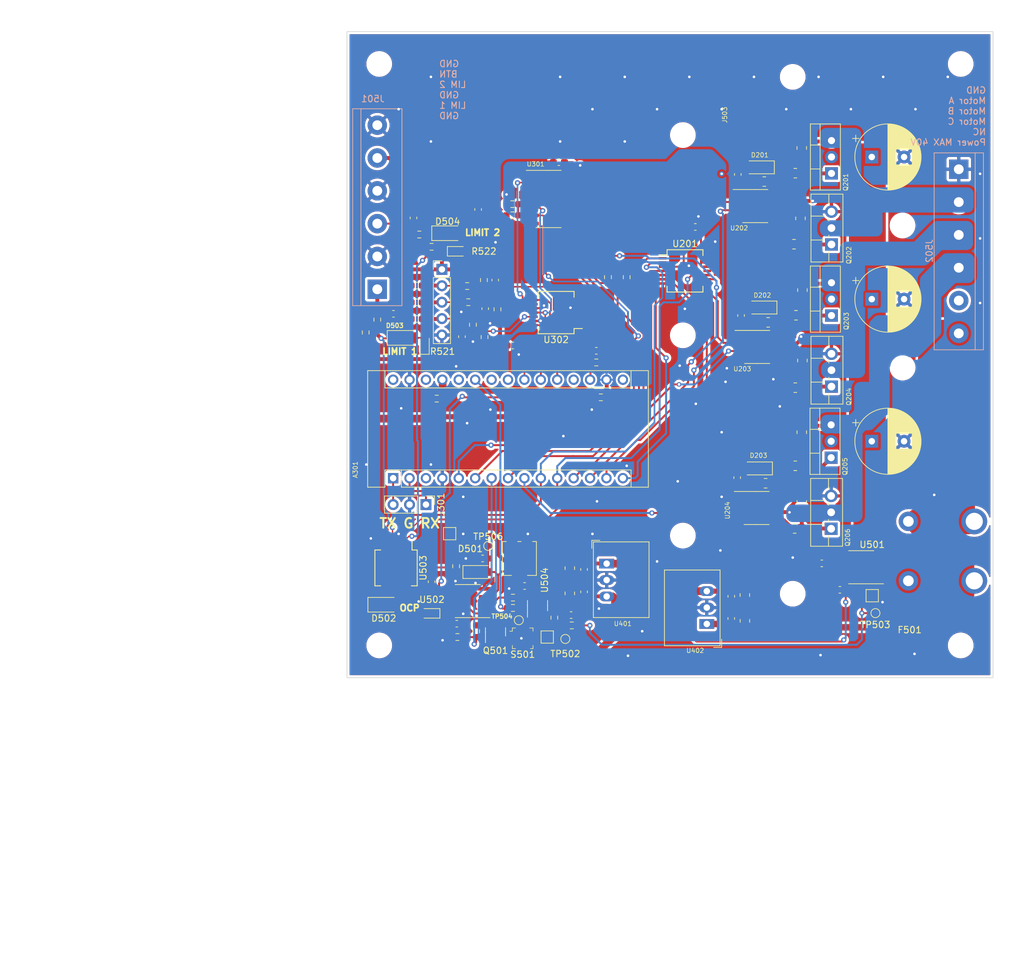
<source format=kicad_pcb>
(kicad_pcb (version 20211014) (generator pcbnew)
  (layers (0 "F.Cu" signal) (31 "B.Cu" signal) (34 "B.Paste" user) (35 "F.Paste" user) (36 "B.SilkS" user "B.Silkscreen") (37 "F.SilkS" user "F.Silkscreen") (38 "B.Mask" user) (39 "F.Mask" user) (44 "Edge.Cuts" user))
  (net 0 "")
  (net 2 "/Hbridge/HIN C")
  (net 3 "GND")
  (net 4 "/Hbridge/LIN C")
  (net 5 "/Connectors/Button")
  (net 6 "/Hbridge/C LIMIT")
  (net 7 "/Hbridge/HIN A")
  (net 8 "Net-(A301-Pad27)")
  (net 10 "/Connectors/Limit 1")
  (net 12 "/Connectors/Limit 2")
  (net 13 "VDD")
  (net 14 "Net-(C504-Pad1)")
  (net 15 "Net-(C505-Pad1)")
  (net 16 "/Hbridge/LIN B")
  (net 18 "/Hbridge/HIN B")
  (net 19 "/Hbridge/LIN A")
  (net 20 "Net-(C506-Pad1)")
  (net 21 "VCC")
  (net 22 "/Connectors/MOTOR NEG")
  (net 23 "Net-(C204-Pad2)")
  (net 24 "/Connectors/MOTOR POS")
  (net 25 "Net-(C205-Pad2)")
  (net 26 "Vdrive")
  (net 27 "Net-(C501-Pad1)")
  (net 28 "Net-(C502-Pad1)")
  (net 29 "Net-(C503-Pad1)")
  (net 30 "Net-(C209-Pad2)")
  (net 31 "Net-(Q202-Pad1)")
  (net 32 "Net-(Q204-Pad1)")
  (net 33 "Net-(R201-Pad2)")
  (net 34 "Net-(R202-Pad2)")
  (net 35 "Net-(R203-Pad1)")
  (net 36 "Net-(R204-Pad1)")
  (net 37 "Net-(U201-Pad3)")
  (net 38 "/Connectors/MOTOR C")
  (net 39 "Net-(Q201-Pad1)")
  (net 40 "Net-(Q203-Pad1)")
  (net 41 "Net-(Q205-Pad1)")
  (net 42 "Net-(Q206-Pad1)")
  (net 43 "Net-(R209-Pad2)")
  (net 44 "Net-(R210-Pad1)")
  (net 45 "Net-(U201-Pad6)")
  (net 46 "Net-(U201-Pad8)")
  (net 48 "+3V3")
  (net 49 "Net-(U301-Pad3)")
  (net 53 "/Connectors/HALL C")
  (net 54 "/Connectors/HALL B")
  (net 55 "/Connectors/HALL A")
  (net 57 "/Connectors/Latch Reset")
  (net 58 "/MCU/HALL A OUT")
  (net 59 "/MCU/HALL B OUT")
  (net 60 "/MCU/HALL C OUT")
  (net 62 "/Connectors/VIOUT")
  (net 63 "VD")
  (net 64 "/Connectors/PWR IN")
  (net 66 "Net-(C513-Pad1)")
  (net 67 "Net-(D501-Pad1)")
  (net 68 "Net-(C516-Pad2)")
  (net 69 "Net-(D502-Pad2)")
  (net 70 "/Connectors/LIMIT 1")
  (net 71 "/Connectors/LIMIT 2")
  (net 72 "Net-(Q501-Pad1)")
  (net 73 "Net-(C511-Pad2)")
  (net 74 "Net-(R515-Pad2)")
  (net 82 "Net-(A301-Pad18)")
  (net 83 "/MCU/RX")
  (net 84 "/MCU/TX")
  (net 85 "Net-(D503-Pad2)")
  (net 86 "Net-(D504-Pad2)")
  (net 87 "Net-(Q501-Pad3)")
  (net 88 "Net-(R513-Pad1)")
  (footprint "TestPoint:TestPoint_Pad_D1.0mm" (layer "F.Cu") (at 98.8625 122.6)
    (fp_text reference "TP506")
    (fp_text value "Current Limit")
  )
  (footprint "Converter_DCDC:Converter_DCDC_RECOM_R-78E-0.5_THT" (layer "F.Cu") (at 132.7 134.68 90)
    (fp_text reference "U402")
    (fp_text value "R-78C15-1.0" hide)
  )
  (footprint "Resistor_SMD:R_0805_2012Metric_Pad1.20x1.40mm_HandSolder" (layer "F.Cu") (at 146.3 119.9 180)
    (fp_text reference "R209" hide)
    (fp_text value "10" hide)
  )
  (footprint "Resistor_SMD:R_0603_1608Metric_Pad0.98x0.95mm_HandSolder" (layer "F.Cu") (at 95.7875 84.875)
    (fp_text reference "R508" hide)
    (fp_text value "100" hide)
  )
  (footprint "Package_TO_SOT_SMD:SOT-23" (layer "F.Cu") (at 100 135.9 90)
    (fp_text reference "Q501")
    (fp_text value "BC817")
  )
  (footprint "Package_SO:SO-8_3.9x4.9mm_P1.27mm" (layer "F.Cu") (at 140.5 91.8)
    (fp_text reference "U203")
    (fp_text value "IR2101" hide)
  )
  (footprint "Package_TO_SOT_THT:TO-220-3_Vertical" (layer "F.Cu") (at 152 86.94 90)
    (fp_text reference "Q203")
    (fp_text value "IRLZ44N" hide)
  )
  (footprint "MountingHole:MountingHole_3.2mm_M3_DIN965" (layer "F.Cu") (at 129 90)
    (fp_text reference "H405" hide)
    (fp_text value "MountingHole" hide)
  )
  (footprint "LED_SMD:LED_0603_1608Metric_Pad1.05x0.95mm_HandSolder" (layer "F.Cu") (at 94.2 77)
    (fp_text reference "R522")
    (fp_text value "1k")
  )
  (footprint "Resistor_SMD:R_0805_2012Metric_Pad1.20x1.40mm_HandSolder" (layer "F.Cu") (at 111.5 129.94 90)
    (fp_text reference "C408" hide)
    (fp_text value "10u")
  )
  (footprint "Capacitor_SMD:C_0603_1608Metric_Pad1.08x0.95mm_HandSolder" (layer "F.Cu") (at 150.5 125.3)
    (fp_text reference "C511" hide)
    (fp_text value "100n" hide)
  )
  (footprint "Capacitor_SMD:C_0603_1608Metric_Pad1.08x0.95mm_HandSolder" (layer "F.Cu") (at 87.3 71.8375 90)
    (fp_text reference "C502" hide)
    (fp_text value "100n" hide)
  )
  (footprint "Resistor_SMD:R_0603_1608Metric_Pad0.98x0.95mm_HandSolder" (layer "F.Cu") (at 116.3 99.6)
    (fp_text reference "R301" hide)
    (fp_text value "0" hide)
  )
  (footprint "MountingHole:MountingHole_3.2mm_M3_DIN965" (layer "F.Cu") (at 129 59)
    (fp_text reference "H401" hide)
    (fp_text value "MountingHole" hide)
  )
  (footprint "Capacitor_THT:CP_Radial_D10.0mm_P5.00mm" (layer "F.Cu") (at 158.232323 62.4)
    (fp_text reference "C206" hide)
    (fp_text value "C" hide)
  )
  (footprint "Package_SO:SO-14_3.9x8.65mm_P1.27mm" (layer "F.Cu") (at 108.2 68.9)
    (fp_text reference "U301")
    (fp_text value "74HC86" hide)
  )
  (footprint "Capacitor_SMD:C_0603_1608Metric_Pad1.08x0.95mm_HandSolder" (layer "F.Cu") (at 97.3 70.525 90)
    (fp_text reference "C503" hide)
    (fp_text value "100n" hide)
  )
  (footprint "Resistor_SMD:R_0603_1608Metric_Pad0.98x0.95mm_HandSolder" (layer "F.Cu") (at 102.6 69.7)
    (fp_text reference "R506" hide)
    (fp_text value "11k" hide)
  )
  (footprint "digikey-footprints:Switch_Tactile_SMD_B3U-1000P" (layer "F.Cu") (at 104.2 136.9)
    (fp_text reference "S501")
    (fp_text value "B3U-1000P")
  )
  (footprint "TestPoint:TestPoint_Pad_1.5x1.5mm" (layer "F.Cu") (at 108 136.7)
    (fp_text reference "TP501" hide)
    (fp_text value "GND")
  )
  (footprint "Resistor_SMD:R_0603_1608Metric_Pad0.98x0.95mm_HandSolder" (layer "F.Cu") (at 79.9 89.5625 90)
    (fp_text reference "R504" hide)
    (fp_text value "11k" hide)
  )
  (footprint "Package_SO:SSOP-14_5.3x6.2mm_P0.65mm" (layer "F.Cu") (at 129.325 80.03)
    (fp_text reference "U201")
    (fp_text value "74AHC08")
  )
  (footprint "Capacitor_SMD:C_0603_1608Metric_Pad1.08x0.95mm_HandSolder" (layer "F.Cu") (at 153.3 129.4 180)
    (fp_text reference "C510" hide)
    (fp_text value "100n" hide)
  )
  (footprint "LED_SMD:LED_1206_3216Metric_Pad1.42x1.75mm_HandSolder" (layer "F.Cu") (at 85.7 90.4)
    (fp_text reference "D503")
    (fp_text value "LED")
  )
  (footprint "Package_TO_SOT_THT:TO-220F-3_Vertical" (layer "F.Cu") (at 151.945 119.94 90)
    (fp_text reference "Q206")
    (fp_text value "IRLIZ44N" hide)
  )
  (footprint "Converter_DCDC:Converter_DCDC_RECOM_R-78E-0.5_THT" (layer "F.Cu") (at 117.2 125.34 -90)
    (fp_text reference "U401")
    (fp_text value "R-78C5.0-1.0" hide)
  )
  (footprint "Capacitor_SMD:C_0603_1608Metric_Pad1.08x0.95mm_HandSolder" (layer "F.Cu") (at 113.7 126.24 -90)
    (fp_text reference "C406" hide)
    (fp_text value "100n" hide)
  )
  (footprint "digikey-footprints:3550-2_KEYS" (layer "F.Cu") (at 169 123.4 90)
    (fp_text reference "F501")
    (fp_text value "20A")
  )
  (footprint "MountingHole:MountingHole_3.2mm_M3_DIN965" (layer "F.Cu") (at 146 50)
    (fp_text reference "H406" hide)
    (fp_text value "MountingHole" hide)
  )
  (footprint "Resistor_SMD:R_0603_1608Metric_Pad0.98x0.95mm_HandSolder" (layer "F.Cu") (at 94.1 136.7 180)
    (fp_text reference "R519" hide)
    (fp_text value "11k")
  )
  (footprint "Capacitor_SMD:C_0603_1608Metric_Pad1.08x0.95mm_HandSolder" (layer "F.Cu") (at 98 124.54)
    (fp_text reference "C516" hide)
    (fp_text value "100n")
  )
  (footprint "Package_SO:SO-8_3.9x4.9mm_P1.27mm" (layer "F.Cu") (at 140.4 116.73125)
    (fp_text reference "U204")
    (fp_text value "IR2101" hide)
  )
  (footprint "Capacitor_SMD:C_0603_1608Metric_Pad1.08x0.95mm_HandSolder" (layer "F.Cu") (at 90.1 128.14 -90)
    (fp_text reference "C512" hide)
    (fp_text value "100n")
  )
  (footprint "Capacitor_SMD:C_0603_1608Metric_Pad1.08x0.95mm_HandSolder" (layer "F.Cu") (at 102.6625 91.575)
    (fp_text reference "C302" hide)
    (fp_text value "100n" hide)
  )
  (footprint "Resistor_SMD:R_0805_2012Metric_Pad1.20x1.40mm_HandSolder" (layer "F.Cu") (at 138.6 134.2 90)
    (fp_text reference "C401" hide)
    (fp_text value "4u7")
  )
  (footprint "Resistor_SMD:R_0805_2012Metric_Pad1.20x1.40mm_HandSolder" (layer "F.Cu") (at 146.4 98.1 180)
    (fp_text reference "R202" hide)
    (fp_text value "10" hide)
  )
  (footprint "Resistor_SMD:R_0805_2012Metric_Pad1.20x1.40mm_HandSolder" (layer "F.Cu") (at 138.5925 130.2 -90)
    (fp_text reference "C403" hide)
    (fp_text value "4u7")
  )
  (footprint "Package_TO_SOT_THT:TO-220F-3_Vertical" (layer "F.Cu") (at 151.995 75.94 90)
    (fp_text reference "Q202")
    (fp_text value "IRLIZ44N" hide)
  )
  (footprint "Package_TO_SOT_THT:TO-220-3_Vertical" (layer "F.Cu") (at 152 64.94 90)
    (fp_text reference "Q201")
    (fp_text value "IRLZ44N" hide)
  )
  (footprint "Resistor_SMD:R_0805_2012Metric_Pad1.20x1.40mm_HandSolder" (layer "F.Cu") (at 141.8 112.9)
    (fp_text reference "C209" hide)
    (fp_text value "10u" hide)
  )
  (footprint "Resistor_SMD:R_0603_1608Metric_Pad0.98x0.95mm_HandSolder" (layer "F.Cu") (at 102.6 71.425)
    (fp_text reference "R503" hide)
    (fp_text value "100" hide)
  )
  (footprint "Resistor_SMD:R_0603_1608Metric_Pad0.98x0.95mm_HandSolder" (layer "F.Cu") (at 96.5 88.3625 -90)
    (fp_text reference "R509" hide)
    (fp_text value "100" hide)
  )
  (footprint "Capacitor_SMD:C_0603_1608Metric_Pad1.08x0.95mm_HandSolder" (layer "F.Cu") (at 136.4925 130.3955 -90)
    (fp_text reference "C404" hide)
    (fp_text value "100n" hide)
  )
  (footprint "MountingHole:MountingHole_3.2mm_M3_DIN965" (layer "F.Cu") (at 172 138)
    (fp_text reference "H410" hide)
    (fp_text value "MountingHole")
  )
  (footprint "MountingHole:MountingHole_3.2mm_M3_DIN965" (layer "F.Cu") (at 146 130)
    (fp_text reference "H407" hide)
    (fp_text value "MountingHole" hide)
  )
  (footprint "MountingHole:MountingHole_3.2mm_M3_DIN965" (layer "F.Cu") (at 163 95)
    (fp_text reference "H404" hide)
    (fp_text value "MountingHole" hide)
  )
  (footprint "Resistor_SMD:R_0805_2012Metric_Pad1.20x1.40mm_HandSolder" (layer "F.Cu") (at 147.4 115.8 -90)
    (fp_text reference "R211" hide)
    (fp_text value "10k" hide)
  )
  (footprint "Package_SO:SSOP-14_5.3x6.2mm_P0.65mm" (layer "F.Cu") (at 109.38 86.48 180)
    (fp_text reference "U302")
    (fp_text value "74AHC08")
  )
  (footprint "Package_TO_SOT_SMD:SOT-23-5" (layer "F.Cu") (at 106.5 131.84 90)
    (fp_text reference "U504")
    (fp_text value "MCP6001-OT")
  )
  (footprint "Capacitor_SMD:C_0603_1608Metric_Pad1.08x0.95mm_HandSolder" (layer "F.Cu") (at 138 86.9375 -90)
    (fp_text reference "C203" hide)
    (fp_text value "1u" hide)
  )
  (footprint "TestPoint:TestPoint_Pad_1.5x1.5mm" (layer "F.Cu") (at 158.3 130.3)
    (fp_text reference "TP505" hide)
    (fp_text value "GND")
  )
  (footprint "Potentiometer_SMD:Potentiometer_Vishay_TS53YJ_Vertical" (layer "F.Cu") (at 103.7 124.54 90)
    (fp_text reference "RV501" hide)
    (fp_text value "50k")
  )
  (footprint "LED_SMD:LED_0603_1608Metric_Pad1.05x0.95mm_HandSolder" (layer "F.Cu") (at 89.725 133.04 180)
    (fp_text reference "R518" hide)
    (fp_text value "1k")
  )
  (footprint "LED_SMD:LED_0603_1608Metric_Pad1.05x0.95mm_HandSolder" (layer "F.Cu") (at 89 91.275 90)
    (fp_text reference "R521")
    (fp_text value "1k")
  )
  (footprint "Resistor_SMD:R_0805_2012Metric_Pad1.20x1.40mm_HandSolder" (layer "F.Cu") (at 146.4 64.9)
    (fp_text reference "R203" hide)
    (fp_text value "10" hide)
  )
  (footprint "MountingHole:MountingHole_3.2mm_M3_DIN965" (layer "F.Cu") (at 82 138)
    (fp_text reference "H411" hide)
    (fp_text value "MountingHole")
  )
  (footprint "Capacitor_SMD:C_0603_1608Metric_Pad1.08x0.95mm_HandSolder" (layer "F.Cu") (at 94 134.64 180)
    (fp_text reference "C515" hide)
    (fp_text value "100n")
  )
  (footprint "Capacitor_SMD:C_0603_1608Metric_Pad1.08x0.95mm_HandSolder" (layer "F.Cu") (at 109.8 63.2)
    (fp_text reference "C301" hide)
    (fp_text value "100n" hide)
  )
  (footprint "Connector_PinHeader_2.54mm:PinHeader_1x05_P2.54mm_Vertical" (layer "F.Cu") (at 91.7 79.795)
    (fp_text reference "J503")
    (fp_text value "Hall Sensor" hide)
  )
  (footprint "Resistor_SMD:R_0805_2012Metric_Pad1.20x1.40mm_HandSolder" (layer "F.Cu") (at 146.2 75.9 180)
    (fp_text reference "R201" hide)
    (fp_text value "10" hide)
  )
  (footprint "Resistor_SMD:R_0603_1608Metric_Pad0.98x0.95mm_HandSolder" (layer "F.Cu") (at 88.2 74.4)
    (fp_text reference "R502" hide)
    (fp_text value "100" hide)
  )
  (footprint "Resistor_SMD:R_0603_1608Metric_Pad0.98x0.95mm_HandSolder" (layer "F.Cu") (at 120.3 81 90)
    (fp_text reference "R214" hide)
    (fp_text value "0" hide)
  )
  (footprint "Resistor_SMD:R_0603_1608Metric_Pad0.98x0.95mm_HandSolder" (layer "F.Cu") (at 93.9 125.74 -90)
    (fp_text reference "R517" hide)
    (fp_text value "11k")
  )
  (footprint "Resistor_SMD:R_0603_1608Metric_Pad0.98x0.95mm_HandSolder" (layer "F.Cu") (at 117.4 81 90)
    (fp_text reference "R213" hide)
    (fp_text value "0" hide)
  )
  (footprint "Capacitor_SMD:C_0603_1608Metric_Pad1.08x0.95mm_HandSolder" (layer "F.Cu") (at 115.6 92.4 180)
    (fp_text reference "C303" hide)
    (fp_text value "100n")
  )
  (footprint "Diode_SMD:D_SOD-123" (layer "F.Cu") (at 140.6 110.6 180)
    (fp_text reference "D203")
    (fp_text value "1N5819" hide)
  )
  (footprint "Resistor_SMD:R_0805_2012Metric_Pad1.20x1.40mm_HandSolder" (layer "F.Cu") (at 147.4 105 90)
    (fp_text reference "R212" hide)
    (fp_text value "10k" hide)
  )
  (footprint "TestPoint:TestPoint_Pad_1.5x1.5mm" (layer "F.Cu") (at 92.9 120.7)
    (fp_text reference "TP507" hide)
    (fp_text value "GND")
  )
  (footprint "Resistor_SMD:R_0603_1608Metric_Pad0.98x0.95mm_HandSolder" (layer "F.Cu") (at 90.1 76.3 180)
    (fp_text reference "R505" hide)
    (fp_text value "11k" hide)
  )
  (footprint "TestPoint:TestPoint_Pad_D1.0mm" (layer "F.Cu") (at 110.8 137)
    (fp_text reference "TP502")
    (fp_text value "Current Out Att")
  )
  (footprint "Capacitor_SMD:C_0603_1608Metric_Pad1.08x0.95mm_HandSolder" (layer "F.Cu") (at 87.8 82.3 180)
    (fp_text reference "C506" hide)
    (fp_text value "10n" hide)
  )
  (footprint "Capacitor_SMD:C_0603_1608Metric_Pad1.08x0.95mm_HandSolder" (layer "F.Cu") (at 84.2 86.675)
    (fp_text reference "C501" hide)
    (fp_text value "100n" hide)
  )
  (footprint "Diode_SMD:D_SOD-123" (layer "F.Cu") (at 141.3 85.7 180)
    (fp_text reference "D202")
    (fp_text value "1N5819" hide)
  )
  (footprint "LED_SMD:LED_1206_3216Metric_Pad1.42x1.75mm_HandSolder" (layer "F.Cu") (at 92.5875 74.2)
    (fp_text reference "D504")
    (fp_text value "LED")
  )
  (footprint "Module:Arduino_Nano" (layer "F.Cu") (at 84.15 112.11 90)
    (fp_text reference "A301")
    (fp_text value "Arduino_Nano_Every" hide)
  )
  (footprint "Diode_SMD:D_SOD-123" (layer "F.Cu") (at 140.9 64 180)
    (fp_text reference "D201")
    (fp_text value "1N5819" hide)
  )
  (footprint "TestPoint:TestPoint_Pad_D1.0mm" (layer "F.Cu") (at 103.6 134.1)
    (fp_text reference "TP504")
    (fp_text value "Current Out AMP")
  )
  (footprint "Capacitor_SMD:C_0603_1608Metric_Pad1.08x0.95mm_HandSolder" (layer "F.Cu") (at 94.8 90.2125 -90)
    (fp_text reference "C507" hide)
    (fp_text value "10n" hide)
  )
  (footprint "Resistor_SMD:R_0603_1608Metric_Pad0.98x0.95mm_HandSolder" (layer "F.Cu") (at 81.7 87.575 -90)
    (fp_text reference "R501" hide)
    (fp_text value "100" hide)
  )
  (footprint "Resistor_SMD:R_0603_1608Metric_Pad0.98x0.95mm_HandSolder" (layer "F.Cu") (at 109.1 133.7 -90)
    (fp_text reference "R514" hide)
    (fp_text value "11k")
  )
  (footprint "Package_TO_SOT_THT:TO-220-3_Vertical" (layer "F.Cu") (at 151.945 108.94 90)
    (fp_text reference "Q205")
    (fp_text value "IRLZ44N" hide)
  )
  (footprint "Resistor_SMD:R_0805_2012Metric_Pad1.20x1.40mm_HandSolder" (layer "F.Cu") (at 147.4 61 -90)
    (fp_text reference "R207" hide)
    (fp_text value "10k" hide)
  )
  (footprint "Resistor_SMD:R_0603_1608Metric_Pad0.98x0.95mm_HandSolder" (layer "F.Cu") (at 102.7 132.2)
    (fp_text reference "R516" hide)
    (fp_text value "0")
  )
  (footprint "Capacitor_SMD:C_0603_1608Metric_Pad1.08x0.95mm_HandSolder" (layer "F.Cu") (at 99.95 81.45 90)
    (fp_text reference "C509" hide)
    (fp_text value "10n" hide)
  )
  (footprint "Resistor_SMD:R_0805_2012Metric_Pad1.20x1.40mm_HandSolder" (layer "F.Cu") (at 146.5 86.9)
    (fp_text reference "R204" hide)
    (fp_text value "10" hide)
  )
  (footprint "Capacitor_SMD:C_0603_1608Metric_Pad1.08x0.95mm_HandSolder" (layer "F.Cu") (at 104.5 128.8)
    (fp_text reference "C514" hide)
    (fp_text value "100n")
  )
  (footprint "Package_TO_SOT_THT:TO-220F-3_Vertical" (layer "F.Cu") (at 151.995 97.94 90)
    (fp_text reference "Q204")
    (fp_text value "IRLIZ44N" hide)
  )
  (footprint "Capacitor_SMD:C_0603_1608Metric_Pad1.08x0.95mm_HandSolder" (layer "F.Cu") (at 137.5 65.1 -90)
    (fp_text reference "C202" hide)
    (fp_text value "1u" hide)
  )
  (footprint "MountingHole:MountingHole_3.2mm_M3_DIN965" (layer "F.Cu") (at 172 48)
    (fp_text reference "H409" hide)
    (fp_text value "MountingHole")
  )
  (footprint "Resistor_SMD:R_0603_1608Metric_Pad0.98x0.95mm_HandSolder" (layer "F.Cu") (at 115.6 94.2)
    (fp_text reference "R302" hide)
    (fp_text value "0")
  )
  (footprint "Resistor_SMD:R_0603_1608Metric_Pad0.98x0.95mm_HandSolder" (layer "F.Cu") (at 98.2 81.45 -90)
    (fp_text reference "R512" hide)
    (fp_text value "8k2" hide)
  )
  (footprint "Resistor_SMD:R_0805_2012Metric_Pad1.20x1.40mm_HandSolder" (layer "F.Cu") (at 111.5 126.04 -90)
    (fp_text reference "C405" hide)
    (fp_text value "4u7")
  )
  (footprint "Resistor_SMD:R_0603_1608Metric_Pad0.98x0.95mm_HandSolder" (layer "F.Cu") (at 98.3 90.275 90)
    (fp_text reference "R510" hide)
    (fp_text value "8k2" hide)
  )
  (footprint "Capacitor_SMD:C_0603_1608Metric_Pad1.08x0.95mm_HandSolder" (layer "F.Cu") (at 136.485 133.8305 90)
    (fp_text reference "C402" hide)
    (fp_text value "100n" hide)
  )
  (footprint "Connector_PinHeader_2.54mm:PinHeader_1x03_P2.54mm_Vertical" (layer "F.Cu") (at 89.23 116.2 -90)
    (fp_text reference "J301")
    (fp_text value "UART")
  )
  (footprint "MountingHole:MountingHole_3.2mm_M3_DIN965" (layer "F.Cu") (at 129 121)
    (fp_text reference "H403" hide)
    (fp_text value "MountingHole" hide)
  )
  (footprint "Resistor_SMD:R_0805_2012Metric_Pad1.20x1.40mm_HandSolder" (layer "F.Cu") (at 147.5 93.9 -90)
    (fp_text reference "R206" hide)
    (fp_text value "10k" hide)
  )
  (footprint "Resistor_SMD:R_0603_1608Metric_Pad0.98x0.95mm_HandSolder" (layer "F.Cu") (at 90.9 99.8 180)
    (fp_text reference "R303" hide)
    (fp_text value "0" hide)
  )
  (footprint "Resistor_SMD:R_0805_2012Metric_Pad1.20x1.40mm_HandSolder" (layer "F.Cu") (at 147.2 71.9 -90)
    (fp_text reference "R205" hide)
    (fp_text value "10k" hide)
  )
  (footprint "Package_SO:SSOP-14_5.3x6.2mm_P0.65mm" (layer "F.Cu") (at 84.6 126 -90)
    (fp_text reference "U503")
    (fp_text value "74AHC08")
  )
  (footprint "Resistor_SMD:R_0805_2012Metric_Pad1.20x1.40mm_HandSolder" (layer "F.Cu") (at 142.2 88)
    (fp_text reference "C204" hide)
    (fp_text value "10u" hide)
  )
  (footprint "Resistor_SMD:R_0603_1608Metric_Pad0.98x0.95mm_HandSolder" (layer "F.Cu") (at 100.3 85.975 90)
    (fp_text reference "R511" hide)
    (fp_text value "8k2" hide)
  )
  (footprint "Capacitor_SMD:C_0603_1608Metric_Pad1.08x0.95mm_HandSolder" (layer "F.Cu") (at 98.4 85.875 -90)
    (fp_text reference "C508" hide)
    (fp_text value "10n" hide)
  )
  (footprint "Resistor_SMD:R_0603_1608Metric_Pad0.98x0.95mm_HandSolder" (layer "F.Cu") (at 97 135.8 -90)
    (fp_text reference "R520" hide)
    (fp_text value "100k")
  )
  (footprint "Capacitor_SMD:C_0603_1608Metric_Pad1.08x0.95mm_HandSolder" (layer "F.Cu") (at 87.8 84.9 180)
    (fp_text reference "C505" hide)
    (fp_text value "10n" hide)
  )
  (footprint "Capacitor_SMD:C_0603_1608Metric_Pad1.08x0.95mm_HandSolder" (layer "F.Cu") (at 87.8 87.475 180)
    (fp_text reference "C504" hide)
    (fp_text value "10n" hide)
  )
  (footprint "Resistor_SMD:R_0603_1608Metric_Pad0.98x0.95mm_HandSolder" (layer "F.Cu") (at 102.7 130.6)
    (fp_text reference "R515" hide)
    (fp_text value "10k")
  )
  (footprint "Package_SO:SO-8_3.9x4.9mm_P1.27mm" (layer "F.Cu") (at 95.7 131.14 180)
    (fp_text reference "U502")
    (fp_text value "LM393")
  )
  (footprint "Resistor_SMD:R_0805_2012Metric_Pad1.20x1.40mm_HandSolder" (layer "F.Cu") (at 146.4 110.2)
    (fp_text reference "R210" hide)
    (fp_text value "10" hide)
  )
  (footprint "Package_SO:SO-8_3.9x4.9mm_P1.27mm" (layer "F.Cu") (at 140.2 70)
    (fp_text reference "U202")
    (fp_text value "IR2101" hide)
  )
  (footprint "Resistor_SMD:R_0603_1608Metric_Pad0.98x0.95mm_HandSolder" (layer "F.Cu") (at 111.8 134.9 180)
    (fp_text reference "R513" hide)
    (fp_text value "11k")
  )
  (footprint "Capacitor_SMD:C_0603_1608Metric_Pad1.08x0.95mm_HandSolder" (layer "F.Cu") (at 111.7 133.3)
    (fp_text reference "C513" hide)
    (fp_text value "10n")
  )
  (footprint "MountingHole:MountingHole_3.2mm_M3_DIN965" (layer "F.Cu") (at 163 73)
    (fp_text reference "H402" hide)
    (fp_text value "MountingHole" hide)
  )
  (footprint "Capacitor_SMD:C_0603_1608Metric_Pad1.08x0.95mm_HandSolder" (layer "F.Cu") (at 137.4 112.03125 -90)
    (fp_text reference "C208" hide)
    (fp_text value "1u" hide)
  )
  (footprint "Capacitor_SMD:C_0603_1608Metric_Pad1.08x0.95mm_HandSolder" (layer "F.Cu") (at 130.925 73.23 180)
    (fp_text reference "C201" hide)
    (fp_text value "C" hide)
  )
  (footprint "TestPoint:TestPoint_Pad_D1.0mm" (layer "F.Cu") (at 158.8 133)
    (fp_text reference "TP503")
    (fp_text value "Current Out")
  )
  (footprint "MountingHole:MountingHole_3.2mm_M3_DIN965" (layer "F.Cu") (at 82 48)
    (fp_text reference "H408" hide)
    (fp_text value "MountingHole")
  )
  (footprint "Capacitor_THT:CP_Radial_D10.0mm_P5.00mm" (layer "F.Cu") (at 158.232323 106.4)
    (fp_text reference "C210" hide)
    (fp_text value "C" hide)
  )
  (footprint "Package_SO:SO-8_3.9x4.9mm_P1.27mm" (layer "F.Cu") (at 156.6 125.9 180)
    (fp_text reference "U501")
    (fp_text value "‎ACHS-7124-000E‎")
  )
  (footprint "Resistor_SMD:R_0805_2012Metric_Pad1.20x1.40mm_HandSolder" (layer "F.Cu") (at 147.5 83 90)
    (fp_text reference "R208" hide)
    (fp_text value "10k" hide)
  )
  (footprint "Resistor_SMD:R_0805_2012Metric_Pad1.20x1.40mm_HandSolder" (layer "F.Cu") (at 141.6 66.2)
    (fp_text reference "C205" hide)
    (fp_text value "10u" hide)
  )
  (footprint "Capacitor_SMD:C_0603_1608Metric_Pad1.08x0.95mm_HandSolder" (layer "F.Cu") (at 113.7 129.7045 90)
    (fp_text reference "C407" hide)
    (fp_text value "100n" hide)
  )
  (footprint "Resistor_SMD:R_0603_1608Metric_Pad0.98x0.95mm_HandSolder" (layer "F.Cu") (at 95.6125 82.375)
    (fp_text reference "R507" hide)
    (fp_text value "100" hide)
  )
  (footprint "LED_SMD:LED_1206_3216Metric_Pad1.42x1.75mm_HandSolder" (layer "F.Cu") (at 82.7 131.7)
    (fp_text reference "D502")
    (fp_text value "LED")
  )
  (footprint "Diode_SMD:D_SOD-123" (layer "F.Cu") (at 97.2 126.64)
    (fp_text reference "D501")
    (fp_text value "1N5819")
  )
  (footprint "Capacitor_THT:CP_Radial_D10.0mm_P5.00mm" (layer "F.Cu") (at 158.232323 84.4)
    (fp_text reference "C207" hide)
    (fp_text value "C" hide)
  )
  (footprint "TerminalBlock:TerminalBlock_bornier-6_P5.08mm" (layer "B.Cu") (at 171.7 64.3 -90)
    (fp_text reference "J502")
    (fp_text value "Motor Con")
  )
  (footprint "TerminalBlock:TerminalBlock_bornier-6_P5.08mm" (layer "B.Cu") (at 81.7 82.875 90)
    (fp_text reference "J501")
    (fp_text value "Switches")
  )
  (gr_rect (start 77 43) (end 177 143) (layer "Edge.Cuts") (width 0.1) (fill none))
  (gr_text "GND\nMotor A\nMotor B\nMotor C\nNC\nPower MAX 40V" (at 176 56.1) (layer "B.SilkS") (effects (font (size 1 1)) (justify left mirror)))
  (gr_text "GND\nBTN\nLIM 2\nGND\nLIM 1\nGND" (at 91.2 52) (layer "B.SilkS") (effects (font (size 1 1)) (justify right mirror)))
  (gr_text "LIMIT 2" (at 98 74.1) (layer "F.SilkS") (effects (font (size 1 1) (thickness 0.25))))
  (gr_text "TX G RX" (at 86.7 119.1) (layer "F.SilkS") (effects (font (size 1.5 1.5) (thickness 0.3))))
  (gr_text "LIMIT 1" (at 85.2 92.5) (layer "F.SilkS") (effects (font (size 1 1) (thickness 0.25))))
  (gr_text "OCP" (at 86.7 132.2) (layer "F.SilkS") (effects (font (size 1 1) (thickness 0.25))))
  (segment (start 105.34 108.7) (end 101.93 112.11) (width 0.3) (layer "F.Cu") (net 2))
  (segment (start 122.9 100.9) (end 115.09952 108.70048) (width 0.3) (layer "F.Cu") (net 2))
  (segment (start 120.3 82) (end 122 82) (width 0.3) (layer "F.Cu") (net 2))
  (segment (start 112.00048 108.70048) (end 112 108.7) (width 0.3) (layer "F.Cu") (net 2))
  (segment (start 122 82) (end 122 84.9) (width 0.3) (layer "F.Cu") (net 2))
  (segment (start 112 108.7) (end 105.34 108.7) (width 0.3) (layer "F.Cu") (net 2))
  (segment (start 122 84.9) (end 123.399519 86.299519) (width 0.3) (layer "F.Cu") (net 2))
  (segment (start 122.9 91.066398) (end 122.9 100.9) (width 0.3) (layer "F.Cu") (net 2))
  (segment (start 115.09952 108.70048) (end 112.00048 108.70048) (width 0.3) (layer "F.Cu") (net 2))
  (segment (start 122 82) (end 123.97 80.03) (width 0.3) (layer "F.Cu") (net 2))
  (segment (start 123.399519 90.566879) (end 122.9 91.066398) (width 0.3) (layer "F.Cu") (net 2))
  (segment (start 123.399519 86.299519) (end 123.399519 90.566879) (width 0.3) (layer "F.Cu") (net 2))
  (segment (start 123.97 80.03) (end 125.875 80.03) (width 0.3) (layer "F.Cu") (net 2))
  (via (at 102.1 129.2) (size 0.8) (drill 0.4) (layers "F.Cu" "B.Cu") (net 3))
  (via (at 155 55) (size 0.8) (drill 0.4) (layers "F.Cu" "B.Cu") (net 3))
  (via (at 90 110) (size 0.8) (drill 0.4) (layers "F.Cu" "B.Cu") (net 3))
  (via (at 143 96.8) (size 0.8) (drill 0.4) (layers "F.Cu" "B.Cu") (net 3))
  (via (at 146 124.4) (size 0.8) (drill 0.4) (layers "F.Cu" "B.Cu") (net 3))
  (via (at 85 120.74) (size 0.8) (drill 0.4) (layers "F.Cu" "B.Cu") (net 3))
  (via (at 99.15 88.15) (size 0.8) (drill 0.4) (layers "F.Cu" "B.Cu") (net 3))
  (via (at 120.3 110.2) (size 0.8) (drill 0.4) (layers "F.Cu" "B.Cu") (net 3))
  (via (at 94.7 86.375) (size 0.8) (drill 0.4) (layers "F.Cu" "B.Cu") (net 3))
  (via (at 110.5 105.6) (size 0.8) (drill 0.4) (layers "F.Cu" "B.Cu") (net 3))
  (via (at 134.8 123.3) (size 0.8) (drill 0.4) (layers "F.Cu" "B.Cu") (net 3))
  (via (at 122.7 135.8) (size 0.8) (drill 0.4) (layers "F.Cu" "B.Cu") (net 3))
  (via (at 93.9 94.8) (size 0.8) (drill 0.4) (layers "F.Cu" "B.Cu") (net 3))
  (via (at 131 100.6) (size 0.8) (drill 0.4) (layers "F.Cu" "B.Cu") (net 3))
  (via (at 150 50) (size 0.8) (drill 0.4) (layers "F.Cu" "B.Cu") (net 3))
  (via (at 80.7 121.44) (size 0.8) (drill 0.4) (layers "F.Cu" "B.Cu") (net 3))
  (via (at 95 133.1) (size 0.8) (drill 0.4) (layers "F.Cu" "B.Cu") (net 3))
  (via (at 125 55) (size 0.8) (drill 0.4) (layers "F.Cu" "B.Cu") (net 3))
  (via (at 144 101) (size 0.8) (drill 0.4) (layers "F.Cu" "B.Cu") (net 3))
  (via (at 135 55) (size 0.8) (drill 0.4) (layers "F.Cu" "B.Cu") (net 3))
  (via (at 130 50) (size 0.8) (drill 0.4) (layers "F.Cu" "B.Cu") (net 3))
  (via (at 99.2 101.5) (size 0.8) (drill 0.4) (layers "F.Cu" "B.Cu") (net 3))
  (via (at 110 50) (size 0.8) (drill 0.4) (layers "F.Cu" "B.Cu") (net 3))
  (via (at 140 50) (size 0.8) (drill 0.4) (layers "F.Cu" "B.Cu") (net 3))
  (via (at 135.6 97.2) (size 0.8) (drill 0.4) (layers "F.Cu" "B.Cu") (net 3))
  (via (at 135 105) (size 0.8) (drill 0.4) (layers "F.Cu" "B.Cu") (net 3))
  (via (at 115 120.74) (size 0.8) (drill 0.4) (layers "F.Cu" "B.Cu") (net 3))
  (via (at 160 50) (size 0.8) (drill 0.4) (layers "F.Cu" "B.Cu") (net 3))
  (via (at 96.5 90.975) (size 0.8) (drill 0.4) (layers "F.Cu" "B.Cu") (net 3))
  (via (at 170 50) (size 0.8) (drill 0.4) (layers "F.Cu" "B.Cu") (net 3))
  (via (at 135 115) (size 0.8) (drill 0.4) (layers "F.Cu" "B.Cu") (net 3))
  (via (at 95 115) (size 0.8) (drill 0.4) (layers "F.Cu" "B.Cu") (net 3))
  (via (at 91.8 137.2) (size 0.8) (drill 0.4) (layers "F.Cu" "B.Cu") (net 3))
  (via (at 134 75.5) (size 0.8) (drill 0.4) (layers "F.Cu" "B.Cu") (net 3))
  (via (at 135 65) (size 0.8) (drill 0.4) (layers "F.Cu" "B.Cu") (net 3))
  (via (at 88.1 131.2) (size 0.8) (drill 0.4) (layers "F.Cu" "B.Cu") (net 3))
  (via (at 90 50) (size 0.8) (drill 0.4) (layers "F.Cu" "B.Cu") (net 3))
  (via (at 150.3 139.5) (size 0.8) (drill 0.4) (layers "F.Cu" "B.Cu") (net 3))
  (via (at 129.925 79.23) (size 0.8) (drill 0.4) (layers "F.Cu" "B.Cu") (net 3))
  (via (at 116 132.3) (size 0.8) (drill 0.4) (layers "F.Cu" "B.Cu") (net 3))
  (via (at 159.9 131.3) (size 0.8) (drill 0.4) (layers "F.Cu" "B.Cu") (net 3))
  (via (at 115.7 115.7) (size 0.8) (drill 0.4) (layers "F.Cu" "B.Cu") (net 3))
  (via (at 85 55) (size 0.8) (drill 0.4) (layers "F.Cu" "B.Cu") (net 3))
  (via (at 110 60) (size 0.8) (drill 0.4) (layers "F.Cu" "B.Cu") (net 3))
  (via (at 129.3 85.9) (size 0.8) (drill 0.4) (layers "F.Cu" "B.Cu") (net 3))
  (via (at 114.9 101.5) (size 0.8) (drill 0.4) (layers "F.Cu" "B.Cu") (net 3))
  (via (at 104 136.9) (size 0.8) (drill 0.4) (layers "F.Cu" "B.Cu") (net 3))
  (via (at 96.9 128.34) (size 0.8) (drill 0.4) (layers "F.Cu" "B.Cu") (net 3))
  (via (at 135.8 95.1) (size 0.8) (drill 0.4) (layers "F.Cu" "B.Cu") (net 3))
  (via (at 80 110) (size 0.8) (drill 0.4) (layers "F.Cu" "B.Cu") (net 3))
  (via (at 165 55) (size 0.8) (drill 0.4) (layers "F.Cu" "B.Cu") (net 3))
  (via (at 175 85) (size 0.8) (drill 0.4) (layers "F.Cu" "B.Cu") (net 3))
  (via (at 90 60) (size 0.8) (drill 0.4) (layers "F.Cu" "B.Cu") (net 3))
  (via (at 120 60) (size 0.8) (drill 0.4) (layers "F.Cu" "B.Cu") (net 3))
  (via (at 167.9 114.7) (size 0.8) (drill 0.4) (layers "F.Cu" "B.Cu") (net 3))
  (via (at 175 75) (size 0.8) (drill 0.4) (layers "F.Cu" "B.Cu") (net 3))
  (via (at 95.6 103.6) (size 0.8) (drill 0.4) (layers "F.Cu" "B.Cu") (net 3))
  (via (at 95 120.74) (size 0.8) (drill 0.4) (layers "F.Cu" "B.Cu") (net 3))
  (via (at 145 55) (size 0.8) (drill 0.4) (layers "F.Cu" "B.Cu") (net 3))
  (via (at 95.4 124.54) (size 0.8) (drill 0.4) (layers "F.Cu" "B.Cu") (net 3))
  (via (at 128.2 112.6) (size 0.8) (drill 0.4) (layers "F.Cu" "B.Cu") (net 3))
  (via (at 85.4 101.3) (size 0.8) (drill 0.4) (layers "F.Cu" "B.Cu") (net 3))
  (via (at 115 55) (size 0.8) (drill 0.4) (layers "F.Cu" "B.Cu") (net 3))
  (via (at 105 120.74) (size 0.8) (drill 0.4) (layers "F.Cu" "B.Cu") (net 3))
  (via (at 164.85 139.31) (size 0.8) (drill 0.4) (layers "F.Cu" "B.Cu") (net 3))
  (via (at 175 65) (size 0.8) (drill 0.4) (layers "F.Cu" "B.Cu") (net 3))
  (via (at 120 50) (size 0.8) (drill 0.4) (layers "F.Cu" "B.Cu") (net 3))
  (via (at 100 75.6) (size 0.8) (drill 0.4) (layers "F.Cu" "B.Cu") (net 3))
  (via (at 93.8 128.04) (size 0.8) (drill 0.4) (layers "F.Cu" "B.Cu") (net 3))
  (via (at 125 125) (size 0.8) (drill 0.4) (layers "F.Cu" "B.Cu") (net 3))
  (via (at 120.5 139.6) (size 0.8) (drill 0.4) (layers "F.Cu" "B.Cu") (net 3))
  (via (at 128.5 94.7) (size 0.8) (drill 0.4) (layers "F.Cu" "B.Cu") (net 3))
  (segment (start 126.08375 117.36625) (end 137.825 117.36625) (width 0.3) (layer "F.Cu") (net 4))
  (segment (start 125.95 117.5) (end 126.08375 117.36625) (width 0.3) (layer "F.Cu") (net 4))
  (segment (start 124.2 117.5) (end 125.95 117.5) (width 0.3) (layer "F.Cu") (net 4))
  (via (at 124.2 117.5) (size 0.8) (drill 0.4) (layers "F.Cu" "B.Cu") (net 4))
  (segment (start 104.47 113.47) (end 108.5 117.5) (width 0.3) (layer "B.Cu") (net 4))
  (segment (start 108.5 117.5) (end 124.2 117.5) (width 0.3) (layer "B.Cu") (net 4))
  (segment (start 104.47 112.11) (end 104.47 113.47) (width 0.3) (layer "B.Cu") (net 4))
  (segment (start 121.4 100) (end 114.4 107) (width 0.3) (layer "F.Cu") (net 5))
  (segment (start 122.1 90.1) (end 121.4 90.8) (width 0.3) (layer "F.Cu") (net 5))
  (segment (start 105.725 71.44) (end 107.34 71.44) (width 0.25) (layer "F.Cu") (net 5))
  (segment (start 107.8 80.475) (end 108.2 80.875) (width 0.25) (layer "F.Cu") (net 5))
  (segment (start 105.71 71.425) (end 105.725 71.44) (width 0.3) (layer "F.Cu") (net 5))
  (segment (start 107.8 71.9) (end 107.8 80.475) (width 0.25) (layer "F.Cu") (net 5))
  (segment (start 121.4 90.8) (end 121.4 100) (width 0.3) (layer "F.Cu") (net 5))
  (segment (start 107.34 71.44) (end 107.8 71.9) (width 0.25) (layer "F.Cu") (net 5))
  (segment (start 103.5125 71.425) (end 105.71 71.425) (width 0.3) (layer "F.Cu") (net 5))
  (segment (start 103.5125 71.425) (end 103.5125 69.7) (width 0.3) (layer "F.Cu") (net 5))
  (segment (start 114.4 107) (end 99.3 107) (width 0.3) (layer "F.Cu") (net 5))
  (via (at 108.2 80.875) (size 0.8) (drill 0.4) (layers "F.Cu" "B.Cu") (net 5))
  (via (at 99.3 107) (size 0.8) (drill 0.4) (layers "F.Cu" "B.Cu") (net 5))
  (via (at 122.1 90.1) (size 0.8) (drill 0.4) (layers "F.Cu" "B.Cu") (net 5))
  (segment (start 115.8 81.675) (end 120.5 86.375) (width 0.25) (layer "B.Cu") (net 5))
  (segment (start 96.8 107) (end 99.3 107) (width 0.3) (layer "B.Cu") (net 5))
  (segment (start 120.5 88.5) (end 120.5 86.375) (width 0.3) (layer "B.Cu") (net 5))
  (segment (start 108.2 80.875) (end 109 81.675) (width 0.25) (layer "B.Cu") (net 5))
  (segment (start 122.1 90.1) (end 120.5 88.5) (width 0.3) (layer "B.Cu") (net 5))
  (segment (start 94.31 109.49) (end 96.8 107) (width 0.3) (layer "B.Cu") (net 5))
  (segment (start 94.31 112.11) (end 94.31 109.49) (width 0.3) (layer "B.Cu") (net 5))
  (segment (start 109 81.675) (end 115.8 81.675) (width 0.25) (layer "B.Cu") (net 5))
  (segment (start 124.8 80.905978) (end 125.025978 80.68) (width 0.3) (layer "F.Cu") (net 6))
  (segment (start 125.875 80.68) (end 125.025978 80.68) (width 0.3) (layer "F.Cu") (net 6))
  (segment (start 124.8 83.4) (end 124.8 91.9) (width 0.3) (layer "F.Cu") (net 6))
  (segment (start 124.8 91.9) (end 126.4 93.5) (width 0.3) (layer "F.Cu") (net 6))
  (segment (start 124.8 83.4) (end 124.8 80.905978) (width 0.3) (layer "F.Cu") (net 6))
  (via (at 126.4 93.5) (size 0.8) (drill 0.4) (layers "F.Cu" "B.Cu") (net 6))
  (segment (start 122 109.55997) (end 122 111.7) (width 0.3) (layer "B.Cu") (net 6))
  (segment (start 126.4 105.15997) (end 122 109.55997) (width 0.3) (layer "B.Cu") (net 6))
  (segment (start 122 111.7) (end 121.59 112.11) (width 0.3) (layer "B.Cu") (net 6))
  (segment (start 121.59 112.11) (end 119.71 112.11) (width 0.3) (layer "B.Cu") (net 6))
  (segment (start 126.4 93.5) (end 126.4 105.15997) (width 0.3) (layer "B.Cu") (net 6))
  (segment (start 118.9 80.05) (end 118.9 85.8) (width 0.3) (layer "F.Cu") (net 7))
  (segment (start 114.59952 107.90048) (end 101.05952 107.90048) (width 0.3) (layer "F.Cu") (net 7))
  (segment (start 122.2 91.05997) (end 122.2 100.3) (width 0.3) (layer "F.Cu") (net 7))
  (segment (start 121.6 80) (end 118.95 80) (width 0.3) (layer "F.Cu") (net 7))
  (segment (start 101.05952 107.90048) (end 96.85 112.11) (width 0.3) (layer "F.Cu") (net 7))
  (segment (start 118.95 80) (end 118.9 80.05) (width 0.3) (layer "F.Cu") (net 7))
  (segment (start 118.95 80) (end 117.4 80) (width 0.3) (layer "F.Cu") (net 7))
  (segment (start 122.2 100.3) (end 114.59952 107.90048) (width 0.3) (layer "F.Cu") (net 7))
  (segment (start 123.52 78.08) (end 121.6 80) (width 0.3) (layer "F.Cu") (net 7))
  (segment (start 122.9 89.8) (end 122.9 90.35997) (width 0.3) (layer "F.Cu") (net 7))
  (segment (start 122.9 90.35997) (end 122.2 91.05997) (width 0.3) (layer "F.Cu") (net 7))
  (segment (start 118.9 85.8) (end 122.9 89.8) (width 0.3) (layer "F.Cu") (net 7))
  (segment (start 125.875 78.08) (end 123.52 78.08) (width 0.3) (layer "F.Cu") (net 7))
  (segment (start 91.8125 99.8) (end 91.8125 96.9125) (width 1.2) (layer "F.Cu") (net 8))
  (segment (start 91.8125 96.9125) (end 91.77 96.87) (width 1.2) (layer "F.Cu") (net 8))
  (segment (start 124.09 78.73) (end 123.35 79.47) (width 0.3) (layer "F.Cu") (net 10))
  (segment (start 83.3 119.44) (end 83.3 122.55) (width 0.3) (layer "F.Cu") (net 10))
  (segment (start 107.01 112.11) (end 107.01 115.89) (width 0.3) (layer "F.Cu") (net 10))
  (segment (start 125.875 78.73) (end 124.09 78.73) (width 0.3) (layer "F.Cu") (net 10))
  (segment (start 84.94 117.8) (end 83.3 119.44) (width 0.3) (layer "F.Cu") (net 10))
  (segment (start 105.1 117.8) (end 84.94 117.8) (width 0.3) (layer "F.Cu") (net 10))
  (segment (start 107.01 115.89) (end 105.1 117.8) (width 0.3) (layer "F.Cu") (net 10))
  (via (at 123.35 79.47) (size 0.8) (drill 0.4) (layers "F.Cu" "B.Cu") (net 10))
  (segment (start 125.825 80.325) (end 125.64 80.14) (width 0.25) (layer "B.Cu") (net 10))
  (segment (start 125.825 84.199614) (end 125.825 80.325) (width 0.25) (layer "B.Cu") (net 10))
  (segment (start 107.01 109.89) (end 107.01 112.11) (width 0.3) (layer "B.Cu") (net 10))
  (segment (start 124.6 85.424614) (end 125.825 84.199614) (width 0.25) (layer "B.Cu") (net 10))
  (segment (start 124.6 103.5) (end 120.1 108) (width 0.3) (layer "B.Cu") (net 10))
  (segment (start 123.35 79.47) (end 124.97 79.47) (width 0.3) (layer "B.Cu") (net 10))
  (segment (start 108.9 108) (end 107.01 109.89) (width 0.3) (layer "B.Cu") (net 10))
  (segment (start 124.6 99.6) (end 124.6 103.5) (width 0.25) (layer "B.Cu") (net 10))
  (segment (start 120.1 108) (end 108.9 108) (width 0.3) (layer "B.Cu") (net 10))
  (segment (start 124.6 99.6) (end 124.6 85.424614) (width 0.25) (layer "B.Cu") (net 10))
  (segment (start 124.97 79.47) (end 125.64 80.14) (width 0.3) (layer "B.Cu") (net 10))
  (segment (start 88.4 118.5) (end 89.04 118.5) (width 0.2) (layer "F.Cu") (net 12))
  (segment (start 109.55 116.85) (end 109.55 112.11) (width 0.3) (layer "F.Cu") (net 12))
  (segment (start 85.25 121.65) (end 88.4 118.5) (width 0.2) (layer "F.Cu") (net 12))
  (segment (start 107.9 118.5) (end 109.55 116.85) (width 0.3) (layer "F.Cu") (net 12))
  (segment (start 132.775 80.68) (end 130.375 80.68) (width 0.3) (layer "F.Cu") (net 12))
  (segment (start 85.25 122.55) (end 85.25 121.65) (width 0.2) (layer "F.Cu") (net 12))
  (segment (start 89.04 118.5) (end 107.9 118.5) (width 0.3) (layer "F.Cu") (net 12))
  (segment (start 130.375 80.68) (end 129.725 81.33) (width 0.3) (layer "F.Cu") (net 12))
  (via (at 129.725 81.33) (size 0.8) (drill 0.4) (layers "F.Cu" "B.Cu") (net 12))
  (segment (start 121 109) (end 125.4 104.6) (width 0.3) (layer "B.Cu") (net 12))
  (segment (start 109.55 110.25) (end 110.8 109) (width 0.3) (layer "B.Cu") (net 12))
  (segment (start 109.55 112.11) (end 109.55 110.25) (width 0.3) (layer "B.Cu") (net 12))
  (segment (start 125.4 85.5) (end 126 84.9) (width 0.3) (layer "B.Cu") (net 12))
  (segment (start 128.4 84.9) (end 129.725 83.575) (width 0.3) (layer "B.Cu") (net 12))
  (segment (start 110.8 109) (end 121 109) (width 0.3) (layer "B.Cu") (net 12))
  (segment (start 125.4 104.6) (end 125.4 85.5) (width 0.3) (layer "B.Cu") (net 12))
  (segment (start 129.725 83.575) (end 129.725 81.33) (width 0.3) (layer "B.Cu") (net 12))
  (segment (start 126 84.9) (end 128.4 84.9) (width 0.3) (layer "B.Cu") (net 12))
  (segment (start 110.327 130.567) (end 109.1 129.34) (width 0.6) (layer "F.Cu") (net 13))
  (segment (start 100.3 86.8875) (end 100.3 87.9) (width 0.6) (layer "F.Cu") (net 13))
  (segment (start 97.6 93.675) (end 89.125 93.675) (width 0.6) (layer "F.Cu") (net 13))
  (segment (start 79.9 90.475) (end 79.9 92.1) (width 0.6) (layer "F.Cu") (net 13))
  (segment (start 78.4 102.3) (end 78.4 99.5) (width 0.8) (layer "F.Cu") (net 13))
  (segment (start 78.6 87.8) (end 78.6 91.55) (width 0.6) (layer "F.Cu") (net 13))
  (segment (start 89.125 93.675) (end 81.475 93.675) (width 0.6) (layer "F.Cu") (net 13))
  (segment (start 89.9875 99.8) (end 89.9875 102.588478) (width 1) (layer "F.Cu") (net 13))
  (segment (start 115.386477 99.6) (end 112.385988 102.600489) (width 0.8) (layer "F.Cu") (net 13))
  (segment (start 87.3 138.7) (end 87.3 135.7) (width 0.8) (layer "F.Cu") (net 13))
  (segment (start 112.385988 102.600489) (end 89.999511 102.600489) (width 0.8) (layer "F.Cu") (net 13))
  (segment (start 91.7 76.9875) (end 91.0125 76.3) (width 0.6) (layer "F.Cu") (net 13))
  (segment (start 85.4 133.8) (end 79.3 133.8) (width 0.8) (layer "F.Cu") (net 13))
  (segment (start 79.8 80.25) (end 79.2 80.85) (width 0.6) (layer "F.Cu") (net 13))
  (segment (start 117.2 130.4) (end 113.8745 130.4) (width 0.6) (layer "F.Cu") (net 13))
  (segment (start 79.9 92.1) (end 80.475 92.675) (width 0.6) (layer "F.Cu") (net 13))
  (segment (start 89 92.15) (end 89 93.55) (width 0.3) (layer "F.Cu") (net 13))
  (segment (start 93.12 133.04) (end 93.125 133.045) (width 0.6) (layer "F.Cu") (net 13))
  (segment (start 87.3 135.7) (end 85.4 133.8) (width 0.8) (layer "F.Cu") (net 13))
  (segment (start 91.7 79.795) (end 91.7 76.9875) (width 0.6) (layer "F.Cu") (net 13))
  (segment (start 89 93.55) (end 89.125 93.675) (width 0.3) (layer "F.Cu") (net 13))
  (segment (start 100.3 121.8) (end 99.4 120.9) (width 0.6) (layer "F.Cu") (net 13))
  (segment (start 90.6 133.04) (end 93.12 133.04) (width 0.6) (layer "F.Cu") (net 13))
  (segment (start 98.3 91.1875) (end 99.3875 91.1875) (width 0.6) (layer "F.Cu") (net 13))
  (segment (start 78.4 94.75) (end 80.475 92.675) (width 0.8) (layer "F.Cu") (net 13))
  (segment (start 127.1 133.4) (end 118.5 133.4) (width 0.3) (layer "F.Cu") (net 13))
  (segment (start 94.8 121.9) (end 93.9 122.8) (width 0.6) (layer "F.Cu") (net 13))
  (segment (start 97 120.9) (end 95.999511 121.900489) (width 0.6) (layer "F.Cu") (net 13))
  (segment (start 79 102.9) (end 78.4 102.3) (width 1.2) (layer "F.Cu") (net 13))
  (segment (start 93.9 122.8) (end 93.9 124.8275) (width 0.6) (layer "F.Cu") (net 13))
  (segment (start 81.475 93.675) (end 80.475 92.675) (width 0.6) (layer "F.Cu") (net 13))
  (segment (start 94.055 79.795) (end 91.7 79.795) (width 0.6) (layer "F.Cu") (net 13))
  (segment (start 100.699511 89.850489) (end 100.699511 88.299511) (width 0.6) (layer "F.Cu") (net 13))
  (segment (start 87.8 139.2) (end 87.3 138.7) (width 0.8) (layer "F.Cu") (net 13))
  (segment (start 79.15 92.1) (end 79.9 92.1) (width 0.6) (layer "F.Cu") (net 13))
  (segment (start 84.2 80.25) (end 79.8 80.25) (width 0.6) (layer "F.Cu") (net 13))
  (segment (start 95.999511 121.900489) (end 94.800489 121.900489) (width 0.6) (layer "F.Cu") (net 13))
  (segment (start 78.4 132.9) (end 78.4 102.3) (width 0.8) (layer "F.Cu") (net 13))
  (segment (start 89.699022 102.9) (end 79 102.9) (width 1.2) (layer "F.Cu") (net 13))
  (segment (start 154.2 131.3) (end 154.2 129.4375) (width 0.3) (layer "F.Cu") (net 13))
  (segment (start 90.6 133.04) (end 90.6 139.2) (width 0.6) (layer "F.Cu") (net 13))
  (segment (start 109.1 129.34) (end 109.1 127.94) (width 0.6) (layer "F.Cu") (net 13))
  (segment (start 98.3 92.975) (end 97.6 93.675) (width 0.6) (layer "F.Cu") (net 13))
  (segment (start 101.2875 124.8275) (end 100.3 123.84) (width 0.6) (layer "F.Cu") (net 13))
  (segment (start 118.5 136.4) (end 115.7 139.2) (width 1.2) (layer "F.Cu") (net 13))
  (segment (start 131.1 137.4) (end 127.1 133.4) (width 0.3) (layer "F.Cu") (net 13))
  (segment (start 90.6 139.2) (end 87.8 139.2) (width 0.8) (layer "F.Cu") (net 13))
  (segment (start 84.555 79.795) (end 84.555 79.895) (width 0.6) (layer "F.Cu") (net 13))
  (segment (start 99.4 120.9) (end 97 120.9) (width 0.6) (layer "F.Cu") (net 13))
  (segment (start 89.999511 102.600489) (end 89.999022 102.6) (width 1.2) (layer "F.Cu") (net 13))
  (segment (start 111.9075 130.567) (end 110.327 130.567) (width 0.6) (layer "F.Cu") (net 13))
  (segment (start 115.3875 99.6) (end 115.386477 99.6) (width 0.8) (layer "F.Cu") (net 13))
  (segment (start 108.4625 127.3025) (end 105.5375 127.3025) (width 0.6) (layer "F.Cu") (net 13))
  (segment (start 78.4 99.5) (end 78.4 94.75) (width 0.8) (layer "F.Cu") (net 13))
  (segment (start 94.800489 121.900489) (end 94.8 121.9) (width 0.6) (layer "F.Cu") (net 13))
  (segment (start 118.12 130.42) (end 118.5 130.8) (width 1.2) (layer "F.Cu") (net 13))
  (segment (start 115.7 139.2) (end 90.6 139.2) (width 1.2) (layer "F.Cu") (net 13))
  (segment (start 93.325 77) (end 91.7125 77) (width 0.3) (layer "F.Cu") (net 13))
  (segment (start 84.555 79.895) (end 84.2 80.25) (width 0.6) (layer "F.Cu") (net 13))
  (segment (start 89.999022 102.6) (end 89.699022 102.9) (width 1.2) (layer "F.Cu") (net 13))
  (segment (start 113.8745 130.4) (end 113.7075 130.567) (width 0.6) (layer "F.Cu") (net 13))
  (segment (start 102.55 124.49) (end 102.55 122.54) (width 0.6) (layer "F.Cu") (net 13))
  (segment (start 100.26 90.31) (end 100.25 90.3) (width 0.6) (layer "F.Cu") (net 13))
  (segment (start 100.3 123.84) (end 100.3 121.8) (width 0.6) (layer "F.Cu") (net 13))
  (segment (start 113.7075 130.567) (end 111.9075 130.567) (width 0.6) (layer "F.Cu") (net 13))
  (segment (start 91.7125 77) (end 91.7 76.9875) (width 0.3) (layer "F.Cu") (net 13))
  (segment (start 105.5375 127.3025) (end 105.5375 128.84) (width 0.6) (layer "F.Cu") (net 13))
  (segment (start 105.55 128.8525) (end 105.5375 128.84) (width 0.3) (layer "F.Cu") (net 13))
  (segment (start 154.2 129.4375) (end 154.1625 129.4) (width 0.3) (layer "F.Cu") (net 13))
  (segment (start 79.3 133.8) (end 78.4 132.9) (width 0.8) (layer "F.Cu") (net 13))
  (segment (start 100.26 90.315) (end 100.26 90.31) (width 0.6) (layer "F.Cu") (net 13))
  (segment (start 100.25 90.3) (end 100.699511 89.850489) (width 0.6) (layer "F.Cu") (net 13))
  (segment (start 117.2 130.42) (end 118.12 130.42) (width 1.2) (layer "F.Cu") (net 13))
  (segment (start 118.5 130.8) (end 118.5 133.4) (width 1.2) (layer "F.Cu") (net 13))
  (segment (start 102.55 124.49) (end 102.2125 124.8275) (width 0.6) (layer "F.Cu") (net 13))
  (segment (start 98.3 91.1875) (end 98.3 92.975) (width 0.6) (layer "F.Cu") (net 13))
  (segment (start 104.75 124.49) (end 105.5375 125.2775) (width 0.6) (layer "F.Cu") (net 13))
  (segment (start 105.5375 125.2775) (end 105.5375 127.3025) (width 0.6) (layer "F.Cu") (net 13))
  (segment (start 93.1375 133.0575) (end 93.125 133.045) (width 0.6) (layer "F.Cu") (net 13))
  (segment (start 153.6505 137.4) (end 131.1 137.4) (width 0.3) (layer "F.Cu") (net 13))
  (segment (start 94.7975 80.5375) (end 94.055 79.795) (width 0.6) (layer "F.Cu") (net 13))
  (segment (start 102.55 124.49) (end 104.75 124.49) (width 0.6) (layer "F.Cu") (net 13))
  (segment (start 99.3875 91.1875) (end 100.26 90.315) (width 0.6) (layer "F.Cu") (net 13))
  (segment (start 78.6 91.55) (end 79.15 92.1) (width 0.6) (layer "F.Cu") (net 13))
  (segment (start 93.1375 134.64) (end 93.1375 133.0575) (width 0.6) (layer "F.Cu") (net 13))
  (segment (start 79.2 87.2) (end 78.6 87.8) (width 0.6) (layer "F.Cu") (net 13))
  (segment (start 102.2125 124.8275) (end 101.2875 124.8275) (width 0.6) (layer "F.Cu") (net 13))
  (segment (start 100.3 87.9) (end 100.699511 88.299511) (width 0.6) (layer "F.Cu") (net 13))
  (segment (start 118.5 133.4) (end 118.5 136.4) (width 1.2) (layer "F.Cu") (net 13))
  (segment (start 153.9 137.1505) (end 153.6505 137.4) (width 0.3) (layer "F.Cu") (net 13))
  (segment (start 98.2 80.5375) (end 94.7975 80.5375) (width 0.6) (layer "F.Cu") (net 13))
  (segment (start 79.2 80.85) (end 79.2 87.2) (width 0.6) (layer "F.Cu") (net 13))
  (segment (start 89.9875 102.588478) (end 89.999511 102.600489) (width 1) (layer "F.Cu") (net 13))
  (segment (start 109.1 127.94) (end 108.4625 127.3025) (width 0.6) (layer "F.Cu") (net 13))
  (segment (start 154.1625 129.4) (end 154.1625 127.8175) (width 0.3) (layer "F.Cu") (net 13))
  (segment (start 105.55 130.7025) (end 105.55 128.8525) (width 0.3) (layer "F.Cu") (net 13))
  (segment (start 91.7 79.795) (end 84.555 79.795) (width 0.6) (layer "F.Cu") (net 13))
  (via (at 153.9 137.1505) (size 0.8) (drill 0.4) (layers "F.Cu" "B.Cu") (net 13))
  (via (at 154.2 131.3) (size 0.8) (drill 0.4) (layers "F.Cu" "B.Cu") (net 13))
  (segment (start 154.2 136.8505) (end 153.9 137.1505) (width 0.3) (layer "B.Cu") (net 13))
  (segment (start 154.2 131.3) (end 154.2 136.8505) (width 0.3) (layer "B.Cu") (net 13))
  (segment (start 91.64 87.475) (end 91.7 87.415) (width 0.6) (layer "F.Cu") (net 14))
  (segment (start 91.7 87.415) (end 96.465 87.415) (width 0.25) (layer "F.Cu") (net 14))
  (segment (start 96.465 87.415) (end 96.5 87.45) (width 0.25) (layer "F.Cu") (net 14))
  (segment (start 88.8625 87.475) (end 91.64 87.475) (width 0.6) (layer "F.Cu") (net 14))
  (segment (start 91.675 84.9) (end 91.7 84.875) (width 0.6) (layer "F.Cu") (net 15))
  (segment (start 91.7 84.875) (end 94.875 84.875) (width 0.25) (layer "F.Cu") (net 15))
  (segment (start 88.7625 84.9) (end 91.675 84.9) (width 0.6) (layer "F.Cu") (net 15))
  (segment (start 127.5 97.6) (end 114.8 110.3) (width 0.3) (layer "F.Cu") (net 16))
  (segment (start 128.4 97.6) (end 127.5 97.6) (width 0.3) (layer "F.Cu") (net 16))
  (segment (start 114.8 110.3) (end 113.9 110.3) (width 0.3) (layer "F.Cu") (net 16))
  (segment (start 113.9 110.3) (end 112.09 112.11) (width 0.3) (layer "F.Cu") (net 16))
  (segment (start 136.065 92.435) (end 137.925 92.435) (width 0.3) (layer "F.Cu") (net 16))
  (via (at 136.065 92.435) (size 0.8) (drill 0.4) (layers "F.Cu" "B.Cu") (net 16))
  (via (at 128.4 97.6) (size 0.7) (drill 0.4) (layers "F.Cu" "B.Cu") (net 16))
  (segment (start 128.4 97.6) (end 130.9 97.6) (width 0.3) (layer "B.Cu") (net 16))
  (segment (start 130.9 97.6) (end 136.065 92.435) (width 0.3) (layer "B.Cu") (net 16))
  (segment (start 115.15 79) (end 115.15 80.95) (width 0.3) (layer "F.Cu") (net 18))
  (segment (start 115.15 80.95) (end 116.1125 81.9125) (width 0.3) (layer "F.Cu") (net 18))
  (segment (start 134.2 81.61) (end 134.2 82.6) (width 0.3) (layer "F.Cu") (net 18))
  (segment (start 116.45 77.7) (end 119.2 77.7) (width 0.3) (layer "F.Cu") (net 18))
  (segment (start 116.45 77.7) (end 115.15 79) (width 0.3) (layer "F.Cu") (net 18))
  (segment (start 129.8 97.3) (end 129.8 94.6) (width 0.3) (layer "F.Cu") (net 18))
  (segment (start 121.39952 105.70048) (end 129.8 97.3) (width 0.3) (layer "F.Cu") (net 18))
  (segment (start 133.92 81.33) (end 134.2 81.61) (width 0.3) (layer "F.Cu") (net 18))
  (segment (start 132.775 81.33) (end 133.92 81.33) (width 0.3) (layer "F.Cu") (net 18))
  (segment (start 121.03952 105.70048) (end 114.63 112.11) (width 0.3) (layer "F.Cu") (net 18))
  (segment (start 121.03952 105.70048) (end 121.39952 105.70048) (width 0.3) (layer "F.Cu") (net 18))
  (segment (start 129.8 94.6) (end 130.3 94.1) (width 0.3) (layer "F.Cu") (net 18))
  (segment (start 116.1125 81.9125) (end 117.4 81.9125) (width 0.3) (layer "F.Cu") (net 18))
  (via (at 119.2 77.7) (size 0.8) (drill 0.4) (layers "F.Cu" "B.Cu") (net 18))
  (via (at 134.2 82.6) (size 0.8) (drill 0.4) (layers "F.Cu" "B.Cu") (net 18))
  (via (at 130.3 94.1) (size 0.8) (drill 0.4) (layers "F.Cu" "B.Cu") (net 18))
  (segment (start 119.2 77.7) (end 123.35997 77.7) (width 0.3) (layer "B.Cu") (net 18))
  (segment (start 123.35997 77.7) (end 123.75997 78.1) (width 0.3) (layer "B.Cu") (net 18))
  (segment (start 123.75997 78.1) (end 130.7 78.1) (width 0.3) (layer "B.Cu") (net 18))
  (segment (start 134.2 81.6) (end 134.2 82.6) (width 0.3) (layer "B.Cu") (net 18))
  (segment (start 130.7 78.1) (end 134.2 81.6) (width 0.3) (layer "B.Cu") (net 18))
  (segment (start 134.2 90.2) (end 134.2 82.8) (width 0.3) (layer "B.Cu") (net 18))
  (segment (start 134.2 90.2) (end 130.3 94.1) (width 0.3) (layer "B.Cu") (net 18))
  (segment (start 121.9 106.2) (end 122.4 106.2) (width 0.3) (layer "F.Cu") (net 19))
  (segment (start 130.7 97.9) (end 130.7 95.4) (width 0.3) (layer "F.Cu") (net 19))
  (segment (start 134.965 70.635) (end 134.8 70.8) (width 0.3) (layer "F.Cu") (net 19))
  (segment (start 117.17 110.93) (end 121.9 106.2) (width 0.3) (layer "F.Cu") (net 19))
  (segment (start 137.625 70.635) (end 134.965 70.635) (width 0.3) (layer "F.Cu") (net 19))
  (segment (start 122.4 106.2) (end 130.7 97.9) (width 0.3) (layer "F.Cu") (net 19))
  (segment (start 117.17 112.11) (end 117.17 110.93) (width 0.3) (layer "F.Cu") (net 19))
  (via (at 134.8 70.8) (size 0.8) (drill 0.4) (layers "F.Cu" "B.Cu") (net 19))
  (via (at 130.7 95.4) (size 0.8) (drill 0.4) (layers "F.Cu" "B.Cu") (net 19))
  (segment (start 130.7 95.4) (end 135.2 90.9) (width 0.3) (layer "B.Cu") (net 19))
  (segment (start 135.2 71.2) (end 134.8 70.8) (width 0.3) (layer "B.Cu") (net 19))
  (segment (start 135.2 90.9) (end 135.2 86.5) (width 0.3) (layer "B.Cu") (net 19))
  (segment (start 135.2 86.5) (end 135.2 71.2) (width 0.3) (layer "B.Cu") (net 19))
  (segment (start 91.665 82.3) (end 91.7 82.335) (width 0.6) (layer "F.Cu") (net 20))
  (segment (start 94.66 82.335) (end 94.7 82.375) (width 0.25) (layer "F.Cu") (net 20))
  (segment (start 91.7 82.335) (end 94.66 82.335) (width 0.25) (layer "F.Cu") (net 20))
  (segment (start 88.6625 82.3) (end 91.665 82.3) (width 0.6) (layer "F.Cu") (net 20))
  (segment (start 126.3 129.6) (end 122.04 125.34) (width 1.2) (layer "F.Cu") (net 21))
  (segment (start 113.7075 125.3045) (end 111.945 125.3045) (width 0.6) (layer "F.Cu") (net 21))
  (segment (start 122.04 125.34) (end 117.2 125.34) (width 1.2) (layer "F.Cu") (net 21))
  (segment (start 111.945 125.3045) (end 111.9075 125.342) (width 0.6) (layer "F.Cu") (net 21))
  (segment (start 136.4925 129.533) (end 138.5925 129.533) (width 0.8) (layer "F.Cu") (net 21))
  (segment (start 113.723 125.32) (end 113.7075 125.3045) (width 0.6) (layer "F.Cu") (net 21))
  (segment (start 137.925 87.875) (end 138 87.8) (width 0.6) (layer "F.Cu") (net 21))
  (segment (start 137.625 66.0875) (end 137.5 65.9625) (width 0.6) (layer "F.Cu") (net 21))
  (segment (start 132.7 129.6) (end 126.3 129.6) (width 1.2) (layer "F.Cu") (net 21))
  (segment (start 136.4255 129.6) (end 136.4925 129.533) (width 0.8) (layer "F.Cu") (net 21))
  (segment (start 132.7 129.6) (end 136.4255 129.6) (width 0.8) (layer "F.Cu") (net 21))
  (segment (start 117.2 125.32) (end 113.723 125.32) (width 0.6) (layer "F.Cu") (net 21))
  (segment (start 147.5 82) (end 151.86 82) (width 0.6) (layer "F.Cu") (net 22))
  (segment (start 141.2375 88.0375) (end 141.2375 91.8375) (width 0.6) (layer "F.Cu") (net 22))
  (segment (start 141.2 88) (end 141.2375 88.0375) (width 0.6) (layer "F.Cu") (net 22))
  (segment (start 147.3 90.6) (end 145.465 92.435) (width 0.6) (layer "F.Cu") (net 22))
  (segment (start 147.3 90.2) (end 147.3 90.6) (width 0.6) (layer "F.Cu") (net 22))
  (segment (start 151.86 82) (end 152 81.86) (width 0.6) (layer "F.Cu") (net 22))
  (segment (start 143.04 92.4) (end 141.8 92.4) (width 0.6) (layer "F.Cu") (net 22))
  (segment (start 143.075 92.435) (end 143.04 92.4) (width 0.6) (layer "F.Cu") (net 22))
  (segment (start 141.8 92.4) (end 141.2375 91.8375) (width 0.6) (layer "F.Cu") (net 22))
  (segment (start 145.465 92.435) (end 143.075 92.435) (width 0.6) (layer "F.Cu") (net 22))
  (via (at 147.3 90.2) (size 0.7) (drill 0.4) (layers "F.Cu" "B.Cu") (net 22))
  (segment (start 144.4 89.6) (end 144.4 88.1) (width 0.6) (layer "F.Cu") (net 23))
  (segment (start 142.95 86.75) (end 142.95 85.7) (width 0.6) (layer "F.Cu") (net 23))
  (segment (start 143.075 89.895) (end 144.105 89.895) (width 0.6) (layer "F.Cu") (net 23))
  (segment (start 143.2 87) (end 142.95 86.75) (width 0.6) (layer "F.Cu") (net 23))
  (segment (start 144.105 89.895) (end 144.4 89.6) (width 0.6) (layer "F.Cu") (net 23))
  (segment (start 144.3 88) (end 143.2 88) (width 0.6) (layer "F.Cu") (net 23))
  (segment (start 143.2 88) (end 143.2 87) (width 0.6) (layer "F.Cu") (net 23))
  (segment (start 144.4 88.1) (end 144.3 88) (width 0.6) (layer "F.Cu") (net 23))
  (segment (start 151.86 60) (end 152 59.86) (width 0.6) (layer "F.Cu") (net 24))
  (segment (start 142.775 70.635) (end 145.465 70.635) (width 0.6) (layer "F.Cu") (net 24))
  (segment (start 145.465 70.635) (end 146.9 69.2) (width 0.6) (layer "F.Cu") (net 24))
  (segment (start 141.635 70.635) (end 142.775 70.635) (width 0.6) (layer "F.Cu") (net 24))
  (segment (start 140.7375 69.7375) (end 141.635 70.635) (width 0.6) (layer "F.Cu") (net 24))
  (segment (start 147.4 60) (end 151.86 60) (width 0.6) (layer "F.Cu") (net 24))
  (segment (start 146.9 69.2) (end 149.1 69.2) (width 0.6) (layer "F.Cu") (net 24))
  (segment (start 140.7375 66.5) (end 140.7375 69.7375) (width 0.6) (layer "F.Cu") (net 24))
  (via (at 149.1 69.2) (size 0.7) (drill 0.4) (layers "F.Cu" "B.Cu") (net 24))
  (segment (start 144.2 68.2) (end 142.88 68.2) (width 0.6) (layer "F.Cu") (net 25))
  (segment (start 144.1 66.5) (end 144.6 67) (width 0.6) (layer "F.Cu") (net 25))
  (segment (start 144.6 67) (end 144.6 67.8) (width 0.6) (layer "F.Cu") (net 25))
  (segment (start 142.88 68.2) (end 142.775 68.095) (width 0.6) (layer "F.Cu") (net 25))
  (segment (start 142.4625 66.5) (end 142.4625 64.4875) (width 0.6) (layer "F.Cu") (net 25))
  (segment (start 144.6 67.8) (end 144.2 68.2) (width 0.6) (layer "F.Cu") (net 25))
  (segment (start 142.4625 64.4875) (end 142.55 64.4) (width 0.6) (layer "F.Cu") (net 25))
  (segment (start 142.4625 66.5) (end 144.1 66.5) (width 0.6) (layer "F.Cu") (net 25))
  (segment (start 81.7125 86.675) (end 81.7 86.6625) (width 0.25) (layer "F.Cu") (net 27))
  (segment (start 83.3375 86.675) (end 81.7125 86.675) (width 0.25) (layer "F.Cu") (net 27))
  (segment (start 81.7 82.875) (end 81.7 86.6625) (width 0.6) (layer "F.Cu") (net 27))
  (segment (start 87.2875 74.4) (end 87.2875 72.7125) (width 0.3) (layer "F.Cu") (net 28))
  (segment (start 87.285 72.715) (end 87.3 72.7) (width 0.3) (layer "F.Cu") (net 28))
  (segment (start 87.2875 72.7125) (end 87.3 72.7) (width 0.3) (layer "F.Cu") (net 28))
  (segment (start 81.7 72.715) (end 87.285 72.715) (width 0.3) (layer "F.Cu") (net 28))
  (segment (start 92.3875 71.3875) (end 97.3 71.3875) (width 0.6) (layer "F.Cu") (net 29))
  (segment (start 97.3 71.3875) (end 101.65 71.3875) (width 0.6) (layer "F.Cu") (net 29))
  (segment (start 101.65 71.3875) (end 101.6875 71.425) (width 0.6) (layer "F.Cu") (net 29))
  (segment (start 81.7 62.555) (end 83.555 62.555) (width 0.6) (layer "F.Cu") (net 29))
  (segment (start 83.555 62.555) (end 92.3875 71.3875) (width 0.6) (layer "F.Cu") (net 29))
  (segment (start 142.25 111.23125) (end 142.25 111.48125) (width 0.6) (layer "F.Cu") (net 30))
  (segment (start 142.975 113.54375) (end 142.6625 113.23125) (width 0.6) (layer "F.Cu") (net 30))
  (segment (start 142.975 114.82625) (end 142.975 113.54375) (width 0.6) (layer "F.Cu") (net 30))
  (segment (start 142.8 113.09375) (end 142.6625 113.23125) (width 0.6) (layer "F.Cu") (net 30))
  (segment (start 142.8 112.03125) (end 142.8 113.09375) (width 0.6) (layer "F.Cu") (net 30))
  (segment (start 142.25 111.48125) (end 142.8 112.03125) (width 0.6) (layer "F.Cu") (net 30))
  (segment (start 147.2 72.9) (end 147.2 75.9) (width 0.6) (layer "F.Cu") (net 31))
  (segment (start 151.995 75.94) (end 147.24 75.94) (width 0.6) (layer "F.Cu") (net 31))
  (segment (start 147.24 75.94) (end 147.2 75.9) (width 0.6) (layer "F.Cu") (net 31))
  (segment (start 151.995 97.94) (end 147.56 97.94) (width 0.6) (layer "F.Cu") (net 32))
  (segment (start 147.4 98.1) (end 147.56 97.94) (width 0.6) (layer "F.Cu") (net 32))
  (segment (start 147.5 94.9) (end 147.5 98) (width 0.6) (layer "F.Cu") (net 32))
  (segment (start 142.775 71.905) (end 144.605 71.905) (width 0.6) (layer "F.Cu") (net 33))
  (segment (start 144.605 71.905) (end 145.2 72.5) (width 0.6) (layer "F.Cu") (net 33))
  (segment (start 145.2 72.5) (end 145.2 75.9) (width 0.6) (layer "F.Cu") (net 33))
  (segment (start 145.4 94.3) (end 145.4 98.1) (width 0.6) (layer "F.Cu") (net 34))
  (segment (start 144.805 93.705) (end 145.4 94.3) (width 0.6) (layer "F.Cu") (net 34))
  (segment (start 143.075 93.705) (end 144.805 93.705) (width 0.6) (layer "F.Cu") (net 34))
  (segment (start 146.2 66.7) (end 146.2 68.1) (width 0.6) (layer "F.Cu") (net 35))
  (segment (start 145.4 65.9) (end 146.2 66.7) (width 0.6) (layer "F.Cu") (net 35))
  (segment (start 145.4 64.9) (end 145.4 65.9) (width 0.6) (layer "F.Cu") (net 35))
  (segment (start 146.2 68.1) (end 144.935 69.365) (width 0.6) (layer "F.Cu") (net 35))
  (segment (start 144.935 69.365) (end 142.775 69.365) (width 0.6) (layer "F.Cu") (net 35))
  (segment (start 144.535 91.165) (end 145.5 90.2) (width 0.6) (layer "F.Cu") (net 36))
  (segment (start 143.075 91.165) (end 144.535 91.165) (width 0.6) (layer "F.Cu") (net 36))
  (segment (start 145.5 90.2) (end 145.5 86.9) (width 0.6) (layer "F.Cu") (net 36))
  (segment (start 129.125 78.625) (end 129.125 76.03) (width 0.3) (layer "F.Cu") (net 37))
  (segment (start 128.37 79.38) (end 129.125 78.625) (width 0.3) (layer "F.Cu") (net 37))
  (segment (start 128.325 72.075) (end 131.035 69.365) (width 0.3) (layer "F.Cu") (net 37))
  (segment (start 125.875 79.38) (end 128.37 79.38) (width 0.3) (layer "F.Cu") (net 37))
  (segment (start 129.125 76.03) (end 128.325 75.23) (width 0.3) (layer "F.Cu") (net 37))
  (segment (start 128.325 75.23) (end 128.325 72.075) (width 0.3) (layer "F.Cu") (net 37))
  (segment (start 131.035 69.365) (end 137.625 69.365) (width 0.3) (layer "F.Cu") (net 37))
  (segment (start 141.535 117.36625) (end 142.975 117.36625) (width 0.6) (layer "F.Cu") (net 38))
  (segment (start 151.805 104) (end 151.945 103.86) (width 0.6) (layer "F.Cu") (net 38))
  (segment (start 140.8 112.9) (end 140.8 116.63125) (width 0.6) (layer "F.Cu") (net 38))
  (segment (start 140.8 116.63125) (end 141.535 117.36625) (width 0.6) (layer "F.Cu") (net 38))
  (segment (start 147.4 104) (end 151.805 104) (width 0.6) (layer "F.Cu") (net 38))
  (segment (start 145.46625 117.36625) (end 145.5 117.4) (width 0.6) (layer "F.Cu") (net 38))
  (segment (start 142.975 117.36625) (end 145.46625 117.36625) (width 0.6) (layer "F.Cu") (net 38))
  (via (at 145.5 117.4) (size 0.7) (drill 0.4) (layers "F.Cu" "B.Cu") (net 38))
  (segment (start 147.44 64.94) (end 147.4 64.9) (width 0.6) (layer "F.Cu") (net 39))
  (segment (start 152 64.94) (end 147.44 64.94) (width 0.6) (layer "F.Cu") (net 39))
  (segment (start 147.4 62) (end 147.4 64.9) (width 0.6) (layer "F.Cu") (net 39))
  (segment (start 152 86.94) (end 147.54 86.94) (width 0.6) (layer "F.Cu") (net 40))
  (segment (start 147.54 86.94) (end 147.5 86.9) (width 0.6) (layer "F.Cu") (net 40))
  (segment (start 147.5 84) (end 147.5 86.9) (width 0.6) (layer "F.Cu") (net 40))
  (segment (start 147.4 110.2) (end 150.685 110.2) (width 0.6) (layer "F.Cu") (net 41))
  (segment (start 150.685 110.2) (end 151.945 108.94) (width 0.6) (layer "F.Cu") (net 41))
  (segment (start 147.4 106) (end 147.4 110.2) (width 0.6) (layer "F.Cu") (net 41))
  (segment (start 151.905 119.9) (end 151.945 119.94) (width 0.6) (layer "F.Cu") (net 42))
  (segment (start 147.3 119.9) (end 151.905 119.9) (width 0.6) (layer "F.Cu") (net 42))
  (segment (start 147.4 116.8) (end 147.4 119.8) (width 0.6) (layer "F.Cu") (net 42))
  (segment (start 147.4 119.8) (end 147.3 119.9) (width 0.6) (layer "F.Cu") (net 42))
  (segment (start 144.63625 118.63625) (end 145.3 119.3) (width 0.6) (layer "F.Cu") (net 43))
  (segment (start 142.975 118.63625) (end 144.63625 118.63625) (width 0.6) (layer "F.Cu") (net 43))
  (segment (start 145.3 119.3) (end 145.3 119.9) (width 0.6) (layer "F.Cu") (net 43))
  (segment (start 145.4 115.6) (end 145.4 110.2) (width 0.3) (layer "F.Cu") (net 44))
  (segment (start 144.90375 116.09625) (end 145.4 115.6) (width 0.3) (layer "F.Cu") (net 44))
  (segment (start 142.975 116.09625) (end 144.90375 116.09625) (width 0.3) (layer "F.Cu") (net 44))
  (segment (start 125.875 81.33) (end 126.93 81.33) (width 0.3) (layer "F.Cu") (net 45))
  (segment (start 132.7 87.1) (end 132.7 114.8925) (width 0.3) (layer "F.Cu") (net 45))
  (segment (start 126.93 81.33) (end 132.7 87.1) (width 0.3) (layer "F.Cu") (net 45))
  (segment (start 133.90375 116.09625) (end 137.825 116.09625) (width 0.3) (layer "F.Cu") (net 45))
  (segment (start 132.7 114.8925) (end 133.90375 116.09625) (width 0.3) (layer "F.Cu") (net 45))
  (segment (start 134.4 84.7) (end 134.4 90.3) (width 0.3) (layer "F.Cu") (net 46))
  (segment (start 131.99 82.09) (end 131.99 83.05) (width 0.3) (layer "F.Cu") (net 46))
  (segment (start 135.265 91.165) (end 137.925 91.165) (width 0.3) (layer "F.Cu") (net 46))
  (segment (start 133.54 83.84) (end 134.4 84.7) (width 0.3) (layer "F.Cu") (net 46))
  (segment (start 134.4 90.3) (end 135.265 91.165) (width 0.3) (layer "F.Cu") (net 46))
  (segment (start 132.78 83.84) (end 133.34 83.84) (width 0.3) (layer "F.Cu") (net 46))
  (segment (start 133.34 83.84) (end 133.54 83.84) (width 0.3) (layer "F.Cu") (net 46))
  (segment (start 132.1 81.98) (end 131.99 82.09) (width 0.3) (layer "F.Cu") (net 46))
  (segment (start 132.775 81.98) (end 132.1 81.98) (width 0.3) (layer "F.Cu") (net 46))
  (segment (start 131.99 83.05) (end 132.78 83.84) (width 0.3) (layer "F.Cu") (net 46))
  (segment (start 113.6 99.6) (end 114.7125 98.4875) (width 0.3) (layer "F.Cu") (net 48))
  (segment (start 131.8 78.08) (end 131.8 73.2425) (width 0.3) (layer "F.Cu") (net 48))
  (segment (start 117.2125 96.9125) (end 117.17 96.87) (width 0.6) (layer "F.Cu") (net 48))
  (segment (start 131.93 79.38) (end 131.8 79.25) (width 0.3) (layer "F.Cu") (net 48))
  (segment (start 112.4 63.7) (end 111.9 63.2) (width 0.3) (layer "F.Cu") (net 48))
  (segment (start 113.1 63.7) (end 112.4 63.7) (width 0.3) (layer "F.Cu") (net 48))
  (segment (start 132.775 78.73) (end 131.83 78.73) (width 0.3) (layer "F.Cu") (net 48))
  (segment (start 90.0975 129) (end 89 129) (width 0.3) (layer "F.Cu") (net 48))
  (segment (start 117.2125 99.6) (end 117.2125 98.4875) (width 0.6) (layer "F.Cu") (net 48))
  (segment (start 91.2625 129.0025) (end 91.2625 128.3775) (width 0.3) (layer "F.Cu") (net 48))
  (segment (start 105.93 85.83) (end 105.96 85.8) (width 0.3) (layer "F.Cu") (net 48))
  (segment (start 112.83 85.83) (end 111.840214 85.83) (width 0.3) (layer "F.Cu") (net 48))
  (segment (start 117.17 94.27) (end 117.17 96.87) (width 0.3) (layer "F.Cu") (net 48))
  (segment (start 91.495 129.235) (end 91.2625 129.0025) (width 0.3) (layer "F.Cu") (net 48))
  (segment (start 111.9 63.2) (end 110.6625 63.2) (width 0.3) (layer "F.Cu") (net 48))
  (segment (start 103.525 92.9) (end 103.6 92.975) (width 0.25) (layer "F.Cu") (net 48))
  (segment (start 106.73 88.43) (end 105.93 88.43) (width 0.25) (layer "F.Cu") (net 48))
  (segment (start 114.7125 98.4875) (end 117.2125 98.4875) (width 0.3) (layer "F.Cu") (net 48))
  (segment (start 106.9455 87.78) (end 106.9755 87.75) (width 0.3) (layer "F.Cu") (net 48))
  (segment (start 105.93 87.78) (end 106.9455 87.78) (width 0.3) (layer "F.Cu") (net 48))
  (segment (start 131.8 79.25) (end 131.8 78.76) (width 0.3) (layer "F.Cu") (net 48))
  (segment (start 90.1 129.0025) (end 90.0975 129) (width 0.3) (layer "F.Cu") (net 48))
  (segment (start 107.1 85.8) (end 107.5 85.4) (width 0.3) (layer "F.Cu") (net 48))
  (segment (start 117.1 94.2) (end 117.17 94.27) (width 0.3) (layer "F.Cu") (net 48))
  (segment (start 93.125 129.235) (end 91.495 129.235) (width 0.3) (layer "F.Cu") (net 48))
  (segment (start 101.7 69.6875) (end 101.6875 69.7) (width 0.3) (layer "F.Cu") (net 48))
  (segment (start 91.2625 129.0025) (end 90.1 129.0025) (width 0.3) (layer "F.Cu") (net 48))
  (segment (start 116.5125 94.2) (end 117.1 94.2) (width 0.3) (layer "F.Cu") (net 48))
  (segment (start 95 99.6) (end 113.6 99.6) (width 0.3) (layer "F.Cu") (net 48))
  (segment (start 101.7 68.2) (end 101.7 69.6875) (width 0.3) (layer "F.Cu") (net 48))
  (segment (start 132.775 78.08) (end 131.8 78.08) (width 0.3) (layer "F.Cu") (net 48))
  (segment (start 117.2125 98.4875) (end 117.2125 96.9125) (width 0.6) (layer "F.Cu") (net 48))
  (segment (start 131.7875 71.9875) (end 131.4 71.6) (width 0.3) (layer "F.Cu") (net 48))
  (segment (start 131.83 78.73) (end 131.8 78.76) (width 0.3) (layer "F.Cu") (net 48))
  (segment (start 110.675 65.09) (end 110.675 63.2125) (width 0.3) (layer "F.Cu") (net 48))
  (segment (start 103.525 91.575) (end 103.525 92.9) (width 0.25) (layer "F.Cu") (net 48))
  (segment (start 107.1 88.8) (end 106.73 88.43) (width 0.25) (layer "F.Cu") (net 48))
  (segment (start 91.2625 128.3775) (end 91.6 128.04) (width 0.3) (layer "F.Cu") (net 48))
  (segment (start 106.425 91.575) (end 107.1 90.9) (width 0.25) (layer "F.Cu") (net 48))
  (segment (start 88.55 129.45) (end 86.55 129.45) (width 0.3) (layer "F.Cu") (net 48))
  (segment (start 107.1 90.9) (end 107.1 88.8) (width 0.25) (layer "F.Cu") (net 48))
  (segment (start 103.525 91.575) (end 106.425 91.575) (width 0.25) (layer "F.Cu") (net 48))
  (segment (start 131.7875 73.23) (end 131.7875 71.9875) (width 0.3) (layer "F.Cu") (net 48))
  (segment (start 110.675 63.2125) (end 110.6625 63.2) (width 0.3) (layer "F.Cu") (net 48))
  (segment (start 105.96 85.8) (end 107.1 85.8) (width 0.3) (layer "F.Cu") (net 48))
  (segment (start 89 129) (end 88.55 129.45) (width 0.3) (layer "F.Cu") (net 48))
  (segment (start 94.85 99.45) (end 95 99.6) (width 0.3) (layer "F.Cu") (net 48))
  (segment (start 131.8 78.76) (end 131.8 78.08) (width 0.3) (layer "F.Cu") (net 48))
  (segment (start 131.8 73.2425) (end 131.7875 73.23) (width 0.3) (layer "F.Cu") (net 48))
  (segment (start 132.775 79.38) (end 131.93 79.38) (width 0.3) (layer "F.Cu") (net 48))
  (via (at 101.7 68.2) (size 0.8) (drill 0.4) (layers "F.Cu" "B.Cu") (net 48))
  (via (at 131.4 71.6) (size 0.8) (drill 0.4) (layers "F.Cu" "B.Cu") (net 48))
  (via (at 103.6 92.975) (size 0.8) (drill 0.4) (layers "F.Cu" "B.Cu") (net 48))
  (via (at 111.6 85.7305) (size 0.8) (drill 0.4) (layers "F.Cu" "B.Cu") (net 48))
  (via (at 107.5 85.4) (size 0.8) (drill 0.4) (layers "F.Cu" "B.Cu") (net 48))
  (via (at 94.85 99.45) (size 0.8) (drill 0.4) (layers "F.Cu" "B.Cu") (net 48))
  (via (at 106.9755 87.75) (size 0.8) (drill 0.4) (layers "F.Cu" "B.Cu") (net 48))
  (via (at 91.6 128.04) (size 0.8) (drill 0.4) (layers "F.Cu" "B.Cu") (net 48))
  (via (at 113.1 63.7) (size 0.8) (drill 0.4) (layers "F.Cu" "B.Cu") (net 48))
  (arc (start 111.840214 85.83) (mid 111.710212 85.804141) (end 111.6 85.7305) (width 0.3) (layer "F.Cu") (net 48))
  (segment (start 92.919511 101.380489) (end 94.85 99.45) (width 0.3) (layer "B.Cu") (net 48))
  (segment (start 91.6 115.7) (end 92.919511 114.380489) (width 0.3) (layer "B.Cu") (net 48))
  (segment (start 92.919511 114.380489) (end 92.919511 101.380489) (width 0.3) (layer "B.Cu") (net 48))
  (segment (start 91.6 128.04) (end 91.6 115.7) (width 0.3) (layer "B.Cu") (net 48))
  (segment (start 103.8 68.7) (end 104 68.9) (width 0.3) (layer "F.Cu") (net 49))
  (segment (start 105.725 67.63) (end 103.97 67.63) (width 0.3) (layer "F.Cu") (net 49))
  (segment (start 103.8 67.8) (end 103.8 68.7) (width 0.3) (layer "F.Cu") (net 49))
  (segment (start 103.97 67.63) (end 103.8 67.8) (width 0.3) (layer "F.Cu") (net 49))
  (segment (start 104 68.9) (end 105.725 68.9) (width 0.3) (layer "F.Cu") (net 49))
  (segment (start 98.2125 89.275) (end 98.3 89.3625) (width 0.25) (layer "F.Cu") (net 53))
  (segment (start 96.5 89.275) (end 98.2125 89.275) (width 0.25) (layer "F.Cu") (net 53))
  (segment (start 98.3 89.3625) (end 99.6375 89.3625) (width 0.25) (layer "F.Cu") (net 53))
  (segment (start 99.6375 89.3625) (end 99.65 89.35) (width 0.25) (layer "F.Cu") (net 53))
  (segment (start 96.5 89.275) (end 94.875 89.275) (width 0.25) (layer "F.Cu") (net 53))
  (segment (start 94.875 89.275) (end 94.8 89.35) (width 0.25) (layer "F.Cu") (net 53))
  (segment (start 104.48 87.13) (end 105.93 87.13) (width 0.25) (layer "F.Cu") (net 53))
  (via (at 99.65 89.35) (size 0.8) (drill 0.4) (layers "F.Cu" "B.Cu") (net 53))
  (via (at 104.48 87.13) (size 0.8) (drill 0.4) (layers "F.Cu" "B.Cu") (net 53))
  (segment (start 99.65 89.35) (end 102.26 89.35) (width 0.25) (layer "B.Cu") (net 53))
  (segment (start 102.26 89.35) (end 104.48 87.13) (width 0.25) (layer "B.Cu") (net 53))
  (segment (start 100.3 85.0625) (end 102.428401 85.0625) (width 0.25) (layer "F.Cu") (net 54))
  (segment (start 102.844852 85.235) (end 106.025 85.235) (width 0.25) (layer "F.Cu") (net 54))
  (segment (start 98.4 85.0125) (end 100.17929 85.0125) (width 0.25) (layer "F.Cu") (net 54))
  (segment (start 98.4 85.0125) (end 97.031954 85.0125) (width 0.25) (layer "F.Cu") (net 54))
  (arc (start 97.031954 85.0125) (mid 96.852302 84.976765) (end 96.7 84.875) (width 0.25) (layer "F.Cu") (net 54))
  (arc (start 102.7 85.175) (mid 102.766458 85.219406) (end 102.844852 85.235) (width 0.25) (layer "F.Cu") (net 54))
  (arc (start 100.17929 85.0125) (mid 100.244617 85.025494) (end 100.3 85.0625) (width 0.25) (layer "F.Cu") (net 54))
  (arc (start 102.428401 85.0625) (mid 102.575389 85.091738) (end 102.7 85.175) (width 0.25) (layer "F.Cu") (net 54))
  (segment (start 109.025 86.025) (end 109.025 83.625) (width 0.3) (layer "F.Cu") (net 55))
  (segment (start 109 83.6) (end 107.8875 82.4875) (width 0.25) (layer "F.Cu") (net 55))
  (segment (start 96.525 82.375) (end 98.249112 82.375) (width 0.25) (layer "F.Cu") (net 55))
  (segment (start 109.025 83.625) (end 109 83.6) (width 0.3) (layer "F.Cu") (net 55))
  (segment (start 109.48 86.48) (end 109.025 86.025) (width 0.3) (layer "F.Cu") (net 55))
  (segment (start 107.8875 82.4875) (end 100.3 82.4875) (width 0.25) (layer "F.Cu") (net 55))
  (segment (start 100.3 82.4875) (end 98.52071 82.4875) (width 0.25) (layer "F.Cu") (net 55))
  (segment (start 112.83 86.48) (end 109.48 86.48) (width 0.3) (layer "F.Cu") (net 55))
  (arc (start 98.249112 82.375) (mid 98.330772 82.391243) (end 98.4 82.4375) (width 0.25) (layer "F.Cu") (net 55))
  (arc (start 98.52071 82.4875) (mid 98.455383 82.474506) (end 98.4 82.4375) (width 0.25) (layer "F.Cu") (net 55))
  (segment (start 97 136.7125) (end 95.025 136.7125) (width 0.3) (layer "F.Cu") (net 57))
  (segment (start 97 136.7125) (end 97 137.5) (width 0.3) (layer "F.Cu") (net 57))
  (segment (start 97 137.5) (end 96.7 137.8) (width 0.3) (layer "F.Cu") (net 57))
  (segment (start 95.025 136.7125) (end 95.0125 136.7) (width 0.3) (layer "F.Cu") (net 57))
  (via (at 96.7 137.8) (size 0.8) (drill 0.4) (layers "F.Cu" "B.Cu") (net 57))
  (segment (start 99.39 128.01) (end 96.7 130.7) (width 0.3) (layer "B.Cu") (net 57))
  (segment (start 99.39 112.11) (end 99.39 128.01) (width 0.3) (layer "B.Cu") (net 57))
  (segment (start 96.7 130.7) (end 96.7 137.8) (width 0.3) (layer "B.Cu") (net 57))
  (segment (start 114.65 85.35) (end 114.65 89.95) (width 0.3) (layer "F.Cu") (net 58))
  (segment (start 108.9 69.7) (end 107.7 68.5) (width 0.3) (layer "F.Cu") (net 58))
  (segment (start 106.79 65.09) (end 105.725 65.09) (width 0.3) (layer "F.Cu") (net 58))
  (segment (start 107.7 68.5) (end 107.7 66) (width 0.3) (layer "F.Cu") (net 58))
  (segment (start 109.55 95.05) (end 109.55 96.87) (width 0.3) (layer "F.Cu") (net 58))
  (segment (start 113.335 81.135) (end 113.335 77.935) (width 0.3) (layer "F.Cu") (net 58))
  (segment (start 114.48 85.18) (end 114.48 82.28) (width 0.3) (layer "F.Cu") (net 58))
  (segment (start 112.83 85.18) (end 114.48 85.18) (width 0.3) (layer "F.Cu") (net 58))
  (segment (start 108.9 73.5) (end 108.9 69.7) (width 0.3) (layer "F.Cu") (net 58))
  (segment (start 114.65 89.95) (end 109.55 95.05) (width 0.3) (layer "F.Cu") (net 58))
  (segment (start 107.7 66) (end 106.79 65.09) (width 0.3) (layer "F.Cu") (net 58))
  (segment (start 113.335 77.935) (end 108.9 73.5) (width 0.3) (layer "F.Cu") (net 58))
  (segment (start 114.48 85.18) (end 114.65 85.35) (width 0.3) (layer "F.Cu") (net 58))
  (segment (start 114.48 82.28) (end 113.335 81.135) (width 0.3) (layer "F.Cu") (net 58))
  (segment (start 104.19 84.34) (end 104.4 84.55) (width 0.25) (layer "F.Cu") (net 59))
  (segment (start 107.01 96.87) (end 107.01 94.59) (width 0.3) (layer "F.Cu") (net 59))
  (segment (start 107.01 94.59) (end 108.65048 92.94952) (width 0.3) (layer "F.Cu") (net 59))
  (segment (start 108.424511 86.276449) (end 108.424511 87.723551) (width 0.25) (layer "F.Cu") (net 59))
  (segment (start 108.65048 91.75048) (end 108.65048 87.94952) (width 0.25) (layer "F.Cu") (net 59))
  (segment (start 108.55048 86.15048) (end 108.424511 86.276449) (width 0.25) (layer "F.Cu") (net 59))
  (segment (start 105.93 84.53) (end 107.955 84.53) (width 0.25) (layer "F.Cu") (net 59))
  (segment (start 108.424511 87.723551) (end 108.65048 87.94952) (width 0.25) (layer "F.Cu") (net 59))
  (segment (start 103.44 66.36) (end 103.4 66.4) (width 0.25) (layer "F.Cu") (net 59))
  (segment (start 108.55048 85.12548) (end 108.0875 84.6625) (width 0.25) (layer "F.Cu") (net 59))
  (segment (start 108.65048 92.94952) (end 108.65048 91.75048) (width 0.3) (layer "F.Cu") (net 59))
  (segment (start 104.19 83.965) (end 104.19 84.34) (width 0.25) (layer "F.Cu") (net 59))
  (segment (start 105.91 84.55) (end 105.93 84.53) (width 0.25) (layer "F.Cu") (net 59))
  (segment (start 105.725 66.36) (end 103.44 66.36) (width 0.25) (layer "F.Cu") (net 59))
  (segment (start 104.4 84.55) (end 105.91 84.55) (width 0.25) (layer "F.Cu") (net 59))
  (segment (start 108.55048 86.15048) (end 108.55048 85.12548) (width 0.25) (layer "F.Cu") (net 59))
  (segment (start 104.19 83.965) (end 103.8 83.575) (width 0.25) (layer "F.Cu") (net 59))
  (segment (start 107.955 84.53) (end 108.0875 84.6625) (width 0.25) (layer "F.Cu") (net 59))
  (via (at 103.8 83.575) (size 0.8) (drill 0.4) (layers "F.Cu" "B.Cu") (net 59))
  (via (at 103.4 66.4) (size 0.8) (drill 0.4) (layers "F.Cu" "B.Cu") (net 59))
  (segment (start 103.4 66.4) (end 103.4 83.175) (width 0.25) (layer "B.Cu") (net 59))
  (segment (start 103.4 83.175) (end 103.8 83.575) (width 0.25) (layer "B.Cu") (net 59))
  (segment (start 105.93 86.48) (end 107.68 86.48) (width 0.3) (layer "F.Cu") (net 60))
  (segment (start 107.68 86.48) (end 107.7 86.5) (width 0.3) (layer "F.Cu") (net 60))
  (segment (start 104.47 95.13) (end 104.47 96.87) (width 0.25) (layer "F.Cu") (net 60))
  (segment (start 105.725 70.17) (end 106.749307 70.17) (width 0.3) (layer "F.Cu") (net 60))
  (segment (start 106.749307 70.17) (end 107.294807 70.7155) (width 0.3) (layer "F.Cu") (net 60))
  (segment (start 107.7 86.5) (end 107.7 92.9) (width 0.25) (layer "F.Cu") (net 60))
  (segment (start 107.7 92.9) (end 106.2 94.4) (width 0.25) (layer "F.Cu") (net 60))
  (segment (start 105.2 94.4) (end 104.47 95.13) (width 0.25) (layer "F.Cu") (net 60))
  (segment (start 106.2 94.4) (end 105.2 94.4) (width 0.25) (layer "F.Cu") (net 60))
  (via (at 107.7 86.5) (size 0.8) (drill 0.4) (layers "F.Cu" "B.Cu") (net 60))
  (via (at 107.294807 70.7155) (size 0.8) (drill 0.4) (layers "F.Cu" "B.Cu") (net 60))
  (segment (start 108.25 86.5) (end 107.7 86.5) (width 0.25) (layer "B.Cu") (net 60))
  (segment (start 106.9 82.675) (end 106.9 71.110307) (width 0.25) (layer "B.Cu") (net 60))
  (segment (start 108.6 86.15) (end 108.25 86.5) (width 0.25) (layer "B.Cu") (net 60))
  (segment (start 108.6 84.375) (end 108.6 86.15) (width 0.25) (layer "B.Cu") (net 60))
  (segment (start 106.9 82.675) (end 108.6 84.375) (width 0.25) (layer "B.Cu") (net 60))
  (segment (start 106.9 71.110307) (end 107.294807 70.7155) (width 0.25) (layer "B.Cu") (net 60))
  (segment (start 100.8 132) (end 101.1 132.3) (width 0.3) (layer "F.Cu") (net 62))
  (segment (start 101.1 132.3) (end 101.6875 132.3) (width 0.3) (layer "F.Cu") (net 62))
  (segment (start 101.6875 132.3) (end 101.7875 132.2) (width 0.3) (layer "F.Cu") (net 62))
  (via (at 100.8 132) (size 0.8) (drill 0.4) (layers "F.Cu" "B.Cu") (net 62))
  (segment (start 100.749511 130.582091) (end 100.749511 131.949511) (width 0.3) (layer "B.Cu") (net 62))
  (segment (start 100.749511 131.949511) (end 100.8 132) (width 0.3) (layer "B.Cu") (net 62))
  (segment (start 100.749511 100.769511) (end 96.85 96.87) (width 0.3) (layer "B.Cu") (net 62))
  (segment (start 100.749511 130.582091) (end 100.749511 100.769511) (width 0.3) (layer "B.Cu") (net 62))
  (segment (start 163.9 133) (end 161.7 135.2) (width 1) (layer "F.Cu") (net 63))
  (segment (start 138.6 135.2) (end 136.992 135.2) (width 1) (layer "F.Cu") (net 63))
  (segment (start 161.7 135.2) (end 138.6 135.2) (width 1) (layer "F.Cu") (net 63))
  (segment (start 132.7 134.68) (end 136.472 134.68) (width 1) (layer "F.Cu") (net 63))
  (segment (start 136.472 134.68) (end 136.485 134.693) (width 1) (layer "F.Cu") (net 63))
  (segment (start 136.992 135.2) (end 136.485 134.693) (width 1) (layer "F.Cu") (net 63))
  (segment (start 163.9 128) (end 163.9 133) (width 1) (layer "F.Cu") (net 63))
  (segment (start 110 133.3) (end 110.8375 133.3) (width 0.3) (layer "F.Cu") (net 66))
  (segment (start 108.3125 132.7875) (end 108.1225 132.9775) (width 0.3) (layer "F.Cu") (net 66))
  (segment (start 109.6875 132.7875) (end 110 133.1) (width 0.3) (layer "F.Cu") (net 66))
  (segment (start 110.8 134.9875) (end 110.8875 134.9) (width 0.3) (layer "F.Cu") (net 66))
  (segment (start 110 133.1) (end 110 133.3) (width 0.3) (layer "F.Cu") (net 66))
  (segment (start 109.1 132.7875) (end 108.3125 132.7875) (width 0.3) (layer "F.Cu") (net 66))
  (segment (start 107.45 132.9775) (end 108.1225 132.9775) (width 0.3) (layer "F.Cu") (net 66))
  (segment (start 110.8 137) (end 110.8 134.9875) (width 0.3) (layer "F.Cu") (net 66))
  (segment (start 110.8375 133.3) (end 110.8375 134.85) (width 0.3) (layer "F.Cu") (net 66))
  (segment (start 109.1 132.7875) (end 109.6875 132.7875) (width 0.3) (layer "F.Cu") (net 66))
  (segment (start 110.8375 134.85) (end 110.8875 134.9) (width 0.3) (layer "F.Cu") (net 66))
  (segment (start 93.1125 126.6525) (end 92.39 125.93) (width 0.3) (layer "F.Cu") (net 67))
  (segment (start 98.275 133.045) (end 96.705 133.045) (width 0.3) (layer "F.Cu") (net 67))
  (segment (start 84.6 126.44) (end 86.55 126.44) (width 0.3) (layer "F.Cu") (net 67))
  (segment (start 93.9 126.6525) (end 95.5375 126.6525) (width 0.3) (layer "F.Cu") (net 67))
  (segment (start 96.705 133.045) (end 95.55 131.89) (width 0.3) (layer "F.Cu") (net 67))
  (segment (start 86.55 126.44) (end 87.9 126.44) (width 0.3) (layer "F.Cu") (net 67))
  (segment (start 87.9 126.44) (end 88.41 125.93) (width 0.3) (layer "F.Cu") (net 67))
  (segment (start 79.4 131) (end 79.4 127.44) (width 0.3) (layer "F.Cu") (net 67))
  (segment (start 95.55 131.89) (end 95.55 126.64) (width 0.3) (layer "F.Cu") (net 67))
  (segment (start 80.4 126.44) (end 84.6 126.44) (width 0.3) (layer "F.Cu") (net 67))
  (segment (start 81.2125 131.7) (end 80.1 131.7) (width 0.3) (layer "F.Cu") (net 67))
  (segment (start 95.5375 126.6525) (end 95.55 126.64) (width 0.3) (layer "F.Cu") (net 67))
  (segment (start 92.39 125.93) (end 88.41 125.93) (width 0.3) (layer "F.Cu") (net 67))
  (segment (start 80.1 131.7) (end 79.4 131) (width 0.3) (layer "F.Cu") (net 67))
  (segment (start 93.9 126.6525) (end 93.1125 126.6525) (width 0.3) (layer "F.Cu") (net 67))
  (segment (start 86.55 122.55) (end 86.55 126.44) (width 0.2) (layer "F.Cu") (net 67))
  (segment (start 79.4 127.44) (end 80.4 126.44) (width 0.3) (layer "F.Cu") (net 67))
  (segment (start 84.6 122.55) (end 84.6 126.44) (width 0.2) (layer "F.Cu") (net 67))
  (segment (start 100.4 129.44) (end 100.4 127.14) (width 0.3) (layer "F.Cu") (net 68))
  (segment (start 98.85 126.64) (end 98.85 124.5525) (width 0.3) (layer "F.Cu") (net 68))
  (segment (start 99.335 130.505) (end 100.4 129.44) (width 0.3) (layer "F.Cu") (net 68))
  (segment (start 99.9 126.64) (end 98.85 126.64) (width 0.3) (layer "F.Cu") (net 68))
  (segment (start 98.8625 122.6) (end 98.8625 124.54) (width 0.3) (layer "F.Cu") (net 68))
  (segment (start 100.4 127.14) (end 99.9 126.64) (width 0.3) (layer "F.Cu") (net 68))
  (segment (start 98.85 124.5525) (end 98.8625 124.54) (width 0.3) (layer "F.Cu") (net 68))
  (segment (start 103.7 126.54) (end 101 126.54) (width 0.3) (layer "F.Cu") (net 68))
  (segment (start 101 126.54) (end 100.4 127.14) (width 0.3) (layer "F.Cu") (net 68))
  (segment (start 98.275 130.505) (end 99.335 130.505) (width 0.3) (layer "F.Cu") (net 68))
  (segment (start 86.1 131.7) (end 84.1875 131.7) (width 0.3) (layer "F.Cu") (net 69))
  (segment (start 87.04 133.04) (end 86.4 132.4) (width 0.3) (layer "F.Cu") (net 69))
  (segment (start 87.5 133.04) (end 88.85 133.04) (width 0.3) (layer "F.Cu") (net 69))
  (segment (start 86.4 132.4) (end 86.4 132) (width 0.3) (layer "F.Cu") (net 69))
  (segment (start 87.5 133.04) (end 87.04 133.04) (width 0.3) (layer "F.Cu") (net 69))
  (segment (start 86.4 132) (end 86.1 131.7) (width 0.3) (layer "F.Cu") (net 69))
  (segment (start 81.5375 88.65) (end 81.7 88.4875) (width 0.6) (layer "F.Cu") (net 70))
  (segment (start 83.95 120.95) (end 84.05 120.85) (width 0.2) (layer "F.Cu") (net 70))
  (segment (start 81.7 89.875) (end 82.3 90.475) (width 0.6) (layer "F.Cu") (net 70))
  (segment (start 84.05 119.7505) (end 84.049727 119.750227) (width 0.2) (layer "F.Cu") (net 70))
  (segment (start 79.9 88.65) (end 81.5375 88.65) (width 0.6) (layer "F.Cu") (net 70))
  (segment (start 81.7 88.4875) (end 81.7 89.875) (width 0.6) (layer "F.Cu") (net 70))
  (segment (start 82.3 90.475) (end 84.1375 90.475) (width 0.3) (layer "F.Cu") (net 70))
  (segment (start 84.05 120.85) (end 84.05 119.7505) (width 0.2) (layer "F.Cu") (net 70))
  (segment (start 83.95 122.55) (end 83.95 120.95) (width 0.2) (layer "F.Cu") (net 70))
  (segment (start 84.1375 90.475) (end 84.2125 90.4) (width 0.3) (layer "F.Cu") (net 70))
  (via (at 82.3 90.475) (size 0.8) (drill 0.4) (layers "F.Cu" "B.Cu") (net 70))
  (via (at 84.049727 119.750227) (size 0.8) (drill 0.4) (layers "F.Cu" "B.Cu") (net 70))
  (segment (start 82.7 116.875) (end 82.7 90.875) (width 0.3) (layer "B.Cu") (net 70))
  (segment (start 82.7 90.875) (end 82.3 90.475) (width 0.3) (layer "B.Cu") (net 70))
  (segment (start 83.4 117.575) (end 82.7 116.875) (width 0.3) (layer "B.Cu") (net 70))
  (segment (start 83.4 119.1005) (end 84.049727 119.750227) (width 0.3) (layer "B.Cu") (net 70))
  (segment (start 83.4 117.575) (end 83.4 119.1005) (width 0.3) (layer "B.Cu") (net 70))
  (segment (start 89.1125 74.4) (end 89.9 74.4) (width 0.3) (layer "F.Cu") (net 71))
  (segment (start 91.1 74.2) (end 90.1 74.2) (width 0.3) (layer "F.Cu") (net 71))
  (segment (start 89.1875 76.3) (end 89.1875 77.9125) (width 0.3) (layer "F.Cu") (net 71))
  (segment (start 85.9 122.55) (end 85.9 121.8) (width 0.2) (layer "F.Cu") (net 71))
  (segment (start 89.1125 76.05) (end 89.1125 74.4) (width 0.3) (layer "F.Cu") (net 71))
  (segment (start 89.9 74.4) (end 90.1 74.2) (width 0.3) (layer "F.Cu") (net 71))
  (segment (start 89.1875 77.9125) (end 88.7 78.4) (width 0.3) (layer "F.Cu") (net 71))
  (segment (start 86.6 121.1) (end 87.05 121.1) (width 0.2) (layer "F.Cu") (net 71))
  (segment (start 85.9 121.8) (end 86.6 121.1) (width 0.2) (layer "F.Cu") (net 71))
  (via (at 88.7 78.4) (size 0.8) (drill 0.4) (layers "F.Cu" "B.Cu") (net 71))
  (via (at 87.05 121.1) (size 0.8) (drill 0.4) (layers "F.Cu" "B.Cu") (net 71))
  (segment (start 87.984511 120.815489) (end 87.7 121.1) (width 0.3) (layer "B.Cu") (net 71))
  (segment (start 87.839511 79.260489) (end 88.7 78.4) (width 0.3) (layer "B.Cu") (net 71))
  (segment (start 87.984511 106.384511) (end 87.839511 106.239511) (width 0.3) (layer "B.Cu") (net 71))
  (segment (start 87.839511 120.960489) (end 87.984511 120.815489) (width 0.3) (layer "B.Cu") (net 71))
  (segment (start 87.839511 106.239511) (end 87.839511 79.260489) (width 0.3) (layer "B.Cu") (net 71))
  (segment (start 87.7 121.1) (end 87.05 121.1) (width 0.3) (layer "B.Cu") (net 71))
  (segment (start 87.984511 120.815489) (end 87.984511 106.384511) (width 0.3) (layer "B.Cu") (net 71))
  (segment (start 99.05 135.55) (end 98.3875 134.8875) (width 0.3) (layer "F.Cu") (net 72))
  (segment (start 98.3875 134.8875) (end 97 134.8875) (width 0.3) (layer "F.Cu") (net 72))
  (segment (start 99.05 136.8375) (end 99.05 135.55) (width 0.3) (layer "F.Cu") (net 72))
  (segment (start 154.15 125.265) (end 151.3975 125.265) (width 0.3) (layer "F.Cu") (net 73))
  (segment (start 151.3975 125.265) (end 151.3625 125.3) (width 0.3) (layer "F.Cu") (net 73))
  (segment (start 105.72548 131.71452) (end 105.55 131.89) (width 0.3) (layer "F.Cu") (net 74))
  (segment (start 103.6125 133.04) (end 103.6125 132.2) (width 0.3) (layer "F.Cu") (net 74))
  (segment (start 103.6125 132.2) (end 103.6125 130.6) (width 0.3) (layer "F.Cu") (net 74))
  (segment (start 107.45 131.49) (end 107.22548 131.71452) (width 0.3) (layer "F.Cu") (net 74))
  (segment (start 103.6 133.0525) (end 103.6125 133.04) (width 0.3) (layer "F.Cu") (net 74))
  (segment (start 107.22548 131.71452) (end 105.72548 131.71452) (width 0.3) (layer "F.Cu") (net 74))
  (segment (start 103.6 134.1) (end 103.6 133.0525) (width 0.3) (layer "F.Cu") (net 74))
  (segment (start 105.4875 133.04) (end 105.55 132.9775) (width 0.3) (layer "F.Cu") (net 74))
  (segment (start 107.45 130.7025) (end 107.45 131.49) (width 0.3) (layer "F.Cu") (net 74))
  (segment (start 103.6125 133.04) (end 105.4875 133.04) (width 0.3) (layer "F.Cu") (net 74))
  (segment (start 105.55 131.89) (end 105.55 132.9775) (width 0.3) (layer "F.Cu") (net 74))
  (segment (start 114.6875 92.45) (end 114.7375 92.4) (width 0.3) (layer "F.Cu") (net 82))
  (segment (start 114.6875 96.8125) (end 114.63 96.87) (width 0.3) (layer "F.Cu") (net 82))
  (segment (start 114.6875 94.2) (end 114.6875 92.45) (width 0.3) (layer "F.Cu") (net 82))
  (segment (start 114.6875 94.2) (end 114.6875 96.8125) (width 0.3) (layer "F.Cu") (net 82))
  (segment (start 88.9 114.1) (end 89.23 114.43) (width 0.3) (layer "F.Cu") (net 83))
  (segment (start 86.69 112.11) (end 86.69 113.69) (width 0.3) (layer "F.Cu") (net 83))
  (segment (start 89.23 114.43) (end 89.23 116.2) (width 0.3) (layer "F.Cu") (net 83))
  (segment (start 87.5 114.1) (end 88.9 114.1) (width 0.3) (layer "F.Cu") (net 83))
  (segment (start 86.69 113.69) (end 87.1 114.1) (width 0.3) (layer "F.Cu") (net 83))
  (segment (start 87.5 114.1) (end 87.1 114.1) (width 0.3) (layer "F.Cu") (net 83))
  (segment (start 84.15 116.2) (end 84.15 112.11) (width 0.3) (layer "F.Cu") (net 84))
  (segment (start 87.1875 90.4) (end 89 90.4) (width 0.3) (layer "F.Cu") (net 85))
  (segment (start 94.3 75.8) (end 94.075 75.575) (width 0.3) (layer "F.Cu") (net 86))
  (segment (start 94.075 75.575) (end 94.075 74.2) (width 0.3) (layer "F.Cu") (net 86))
  (segment (start 95.075 75.975) (end 94.9 75.8) (width 0.3) (layer "F.Cu") (net 86))
  (segment (start 94.9 75.8) (end 94.3 75.8) (width 0.3) (layer "F.Cu") (net 86))
  (segment (start 95.075 77) (end 95.075 75.975) (width 0.3) (layer "F.Cu") (net 86))
  (segment (start 101.7875 130.6) (end 100.5 130.6) (width 0.3) (layer "F.Cu") (net 87))
  (segment (start 99.8 131.3) (end 99.8 131.7) (width 0.3) (layer "F.Cu") (net 87))
  (segment (start 100 133.6) (end 100 134.9625) (width 0.3) (layer "F.Cu") (net 87))
  (segment (start 99.8 131.7) (end 99.8 133.4) (width 0.3) (layer "F.Cu") (net 87))
  (segment (start 99.725 131.775) (end 99.8 131.7) (width 0.3) (layer "F.Cu") (net 87))
  (segment (start 103.9625 134.9625) (end 100 134.9625) (width 0.3) (layer "F.Cu") (net 87))
  (segment (start 99.8 133.4) (end 100 133.6) (width 0.3) (layer "F.Cu") (net 87))
  (segment (start 98.275 131.775) (end 99.725 131.775) (width 0.3) (layer "F.Cu") (net 87))
  (segment (start 105.9 136.9) (end 103.9625 134.9625) (width 0.3) (layer "F.Cu") (net 87))
  (segment (start 100.5 130.6) (end 99.8 131.3) (width 0.3) (layer "F.Cu") (net 87))
  (segment (start 114.4 134.9) (end 114.6 135.1) (width 0.3) (layer "F.Cu") (net 88))
  (segment (start 154.15 126.535) (end 155.835 126.535) (width 0.3) (layer "F.Cu") (net 88))
  (segment (start 155.835 126.535) (end 156.7 127.4) (width 0.3) (layer "F.Cu") (net 88))
  (segment (start 112.7125 134.9) (end 114.4 134.9) (width 0.3) (layer "F.Cu") (net 88))
  (segment (start 156.7 127.4) (end 156.7 133) (width 0.3) (layer "F.Cu") (net 88))
  (segment (start 156.7 133) (end 158.8 133) (width 0.3) (layer "F.Cu") (net 88))
  (via (at 156.7 133) (size 0.8) (drill 0.4) (layers "F.Cu" "B.Cu") (net 88))
  (via (at 114.6 134.9) (size 0.8) (drill 0.4) (layers "F.Cu" "B.Cu") (net 88))
  (segment (start 156.7 133) (end 156.7 137.1) (width 0.3) (layer "B.Cu") (net 88))
  (segment (start 155.9 137.9) (end 116.46 137.9) (width 0.3) (layer "B.Cu") (net 88))
  (segment (start 156.7 137.1) (end 155.9 137.9) (width 0.3) (layer "B.Cu") (net 88))
  (segment (start 114.6 135.1) (end 114.6 136.04) (width 0.3) (layer "B.Cu") (net 88))
  (segment (start 114.6 136.04) (end 114.78 136.22) (width 0.3) (layer "B.Cu") (net 88))
  (segment (start 116.46 137.9) (end 114.78 136.22) (width 0.3) (layer "B.Cu") (net 88))
  (zone (net 21) (net_name "VCC") (layer "F.Cu") (priority 1) (connect_pads yes (clearance 0.3)) (min_thickness 0.254) (fill yes (thermal_gap 0.508) (thermal_bridge_width 0.508) (smoothing fillet) (radius 1))
    (polygon (pts (xy 141.7 130.2) (xy 137.6 130.2) (xy 135.6 130.2) (xy 135.6 128.3) (xy 137.6 128.3) (xy 137.6 63.1) (xy 141.7 63.1)))
  )
  (zone (net 26) (net_name "Vdrive") (layer "F.Cu") (priority 1) (connect_pads yes (clearance 0.3)) (min_thickness 0.254) (fill yes (thermal_gap 0.508) (thermal_bridge_width 0.508) (smoothing fillet) (radius 0.5))
    (polygon (pts (xy 160.4 125.6) (xy 158.2 125.6) (xy 158.2 123.1) (xy 155.4 123.1) (xy 155.4 108) (xy 149.6 108) (xy 149.6 104.8) (xy 154.7 104.8) (xy 154.7 86.1) (xy 150.1 86.1) (xy 150.1 82.3) (xy 154.7 82.3) (xy 154.7 64.1) (xy 150 64.1) (xy 150 60.3) (xy 160.4 60.3)))
  )
  (zone (net 3) (net_name "GND") (layers F&B.Cu) (connect_pads (clearance 0.4)) (min_thickness 0.2) (fill yes (thermal_gap 0.4) (thermal_bridge_width 0.508) (smoothing fillet))
    (polygon (pts (xy 181.8 145.7) (xy 65.6 145.7) (xy 65.6 38.1) (xy 181.8 38.1)))
  )
  (zone (net 63) (net_name "VD") (layer "F.Cu") (priority 1) (connect_pads yes (clearance 0.3)) (min_thickness 0.254) (fill yes (thermal_gap 0.508) (thermal_bridge_width 0.508) (smoothing fillet) (radius 0.5))
    (polygon (pts (xy 174.1 130.7) (xy 163.4 130.7) (xy 160.6 128.3) (xy 158.2 128.3) (xy 158.2 126.1) (xy 160.4 126.1) (xy 164 125.2) (xy 174.1 125.2)))
  )
  (zone (net 64) (net_name "/Connectors/PWR IN") (layer "F.Cu") (priority 1) (connect_pads yes (clearance 0.3)) (min_thickness 0.254) (fill yes (thermal_gap 0.3) (thermal_bridge_width 0.8) (smoothing fillet) (radius 1))
    (polygon (pts (xy 174.2 120.8) (xy 164 120.8) (xy 164 117) (xy 165.4 117) (xy 165.4 87.6) (xy 174.2 87.6)))
  )
  (zone (net 22) (net_name "/Connectors/MOTOR NEG") (layer "B.Cu") (priority 1) (connect_pads yes (clearance 0.3)) (min_thickness 0.254) (fill yes (thermal_gap 0.3) (thermal_bridge_width 0.8) (smoothing fillet) (radius 1))
    (polygon (pts (xy 173.9 76.8) (xy 169.1 76.8) (xy 166.7 79.2) (xy 157.2 79.2) (xy 157.2 96.6) (xy 150.4 96.6) (xy 150.4 94.1) (xy 153.4 94.1) (xy 153.4 91.5) (xy 146.8 91.5) (xy 146.8 89.7) (xy 153.4 89.7) (xy 153.4 83.2) (xy 150.4 83.2) (xy 150.4 78.9) (xy 153.3 78.9) (xy 153.3 75.5) (xy 164.8 75.5) (xy 168 72.3) (xy 173.9 72.3)))
  )
  (zone (net 48) (net_name "+3V3") (layer "B.Cu") (priority 1) (connect_pads (clearance 0.3)) (min_thickness 0.2) (fill yes (thermal_gap 0.2) (thermal_bridge_width 0.3) (smoothing fillet) (radius 1))
    (polygon (pts (xy 135.7 63.4) (xy 135.7 71.2) (xy 127.8 79.1) (xy 127.8 93.8) (xy 123.7 97.9) (xy 102.4 97.9) (xy 102.4 91.1) (xy 103.6 89.9) (xy 106.1 89.9) (xy 106.8 89.2) (xy 106.8 83.7) (xy 104.4 81.3) (xy 104.4 72.9) (xy 101.2 70.6) (xy 101.2 63.1) (xy 126.5 63.1) (xy 128.4 61.2) (xy 133.5 61.2)))
  )
  (zone (net 38) (net_name "/Connectors/MOTOR C") (layer "B.Cu") (priority 1) (connect_pads yes (clearance 0.3)) (min_thickness 0.254) (fill yes (thermal_gap 0.3) (thermal_bridge_width 0.8) (smoothing fillet) (radius 1))
    (polygon (pts (xy 174.1 81.9) (xy 171.2 81.9) (xy 169 84.1) (xy 169 89.8) (xy 165.4 93.4) (xy 162.5 93.4) (xy 161 94.9) (xy 161 101.9) (xy 158.2 104.7) (xy 157.3 104.7) (xy 156.8 105.2) (xy 156.8 118.9) (xy 145 118.9) (xy 145 116.2) (xy 153.4 116.2) (xy 153.4 105.2) (xy 150.3 105.2) (xy 150.3 102.3) (xy 154.8 102.3) (xy 155.5 101.6) (xy 155.5 97.2) (xy 157.8 97.2) (xy 157.8 88) (xy 158.9 86.9) (xy 164.4 86.9) (xy 165.7 85.6) (xy 165.7 81.05) (xy 169.45 77.3) (xy 174.1 77.3)))
  )
  (zone (net 24) (net_name "/Connectors/MOTOR POS") (layer "B.Cu") (priority 1) (connect_pads yes (clearance 0.3)) (min_thickness 0.254) (fill yes (thermal_gap 0.3) (thermal_bridge_width 0.8) (smoothing fillet) (radius 1))
    (polygon (pts (xy 156.6 65.6) (xy 158.1 67.1) (xy 174 67.1) (xy 174 71) (xy 159.9 71) (xy 159.9 74.7) (xy 150.2 74.7) (xy 150.2 72.2) (xy 153.4 72.2) (xy 153.4 69.5) (xy 148.5 69.5) (xy 148.5 67.3) (xy 153.4 67.3) (xy 153.4 61) (xy 150.2 61) (xy 150.2 57.9) (xy 156.6 57.9)))
  )
)
</source>
